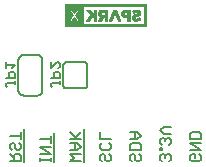
<source format=gbo>
G75*
%MOIN*%
%OFA0B0*%
%FSLAX25Y25*%
%IPPOS*%
%LPD*%
%AMOC8*
5,1,8,0,0,1.08239X$1,22.5*
%
%ADD10C,0.00600*%
%ADD11C,0.00500*%
%ADD12C,0.00039*%
D10*
X0141633Y0101300D02*
X0145036Y0101300D01*
X0145036Y0103001D01*
X0144469Y0103569D01*
X0143335Y0103569D01*
X0142768Y0103001D01*
X0142768Y0101300D01*
X0142768Y0102434D02*
X0141633Y0103569D01*
X0142200Y0104983D02*
X0141633Y0105550D01*
X0141633Y0106685D01*
X0142200Y0107252D01*
X0142768Y0107252D01*
X0143335Y0106685D01*
X0143335Y0105550D01*
X0143902Y0104983D01*
X0144469Y0104983D01*
X0145036Y0105550D01*
X0145036Y0106685D01*
X0144469Y0107252D01*
X0145036Y0108666D02*
X0145036Y0110935D01*
X0145036Y0109801D02*
X0141633Y0109801D01*
X0146233Y0112049D02*
X0146233Y0101000D01*
X0151633Y0101300D02*
X0151633Y0102434D01*
X0151633Y0101867D02*
X0155036Y0101867D01*
X0155036Y0101300D02*
X0155036Y0102434D01*
X0155036Y0103755D02*
X0151633Y0106024D01*
X0155036Y0106024D01*
X0155036Y0107439D02*
X0155036Y0109707D01*
X0155036Y0108573D02*
X0151633Y0108573D01*
X0156233Y0110822D02*
X0156233Y0101000D01*
X0155036Y0103755D02*
X0151633Y0103755D01*
X0161633Y0103569D02*
X0165036Y0103569D01*
X0163902Y0104983D02*
X0161633Y0104983D01*
X0161633Y0103569D02*
X0162768Y0102434D01*
X0161633Y0101300D01*
X0165036Y0101300D01*
X0166233Y0101000D02*
X0166233Y0112049D01*
X0165036Y0110935D02*
X0162768Y0108666D01*
X0163335Y0109233D02*
X0161633Y0110935D01*
X0161633Y0108666D02*
X0165036Y0108666D01*
X0163902Y0107252D02*
X0161633Y0107252D01*
X0163335Y0107252D02*
X0163335Y0104983D01*
X0163902Y0104983D02*
X0165036Y0106117D01*
X0163902Y0107252D01*
X0171633Y0106685D02*
X0172200Y0107252D01*
X0171633Y0106685D02*
X0171633Y0105550D01*
X0172200Y0104983D01*
X0174469Y0104983D01*
X0175036Y0105550D01*
X0175036Y0106685D01*
X0174469Y0107252D01*
X0175036Y0108666D02*
X0171633Y0108666D01*
X0171633Y0110935D01*
X0172200Y0103569D02*
X0171633Y0103001D01*
X0171633Y0101867D01*
X0172200Y0101300D01*
X0173335Y0101867D02*
X0173335Y0103001D01*
X0172768Y0103569D01*
X0172200Y0103569D01*
X0173335Y0101867D02*
X0173902Y0101300D01*
X0174469Y0101300D01*
X0175036Y0101867D01*
X0175036Y0103001D01*
X0174469Y0103569D01*
X0181633Y0103001D02*
X0181633Y0101867D01*
X0182200Y0101300D01*
X0183335Y0101867D02*
X0183335Y0103001D01*
X0182768Y0103569D01*
X0182200Y0103569D01*
X0181633Y0103001D01*
X0181633Y0104983D02*
X0181633Y0106685D01*
X0182200Y0107252D01*
X0184469Y0107252D01*
X0185036Y0106685D01*
X0185036Y0104983D01*
X0181633Y0104983D01*
X0184469Y0103569D02*
X0185036Y0103001D01*
X0185036Y0101867D01*
X0184469Y0101300D01*
X0183902Y0101300D01*
X0183335Y0101867D01*
X0191633Y0101867D02*
X0192200Y0101300D01*
X0191633Y0101867D02*
X0191633Y0103001D01*
X0192200Y0103569D01*
X0192768Y0103569D01*
X0193335Y0103001D01*
X0193335Y0102434D01*
X0193335Y0103001D02*
X0193902Y0103569D01*
X0194469Y0103569D01*
X0195036Y0103001D01*
X0195036Y0101867D01*
X0194469Y0101300D01*
X0201633Y0101867D02*
X0201633Y0103001D01*
X0202200Y0103569D01*
X0203335Y0103569D01*
X0203335Y0102434D01*
X0204469Y0101300D02*
X0202200Y0101300D01*
X0201633Y0101867D01*
X0204469Y0101300D02*
X0205036Y0101867D01*
X0205036Y0103001D01*
X0204469Y0103569D01*
X0205036Y0104983D02*
X0201633Y0107252D01*
X0205036Y0107252D01*
X0205036Y0108666D02*
X0201633Y0108666D01*
X0201633Y0110368D01*
X0202200Y0110935D01*
X0204469Y0110935D01*
X0205036Y0110368D01*
X0205036Y0108666D01*
X0205036Y0104983D02*
X0201633Y0104983D01*
X0195036Y0107392D02*
X0195036Y0108526D01*
X0194469Y0109093D01*
X0193902Y0109093D01*
X0193335Y0108526D01*
X0192768Y0109093D01*
X0192200Y0109093D01*
X0191633Y0108526D01*
X0191633Y0107392D01*
X0192200Y0106825D01*
X0192200Y0105550D02*
X0191633Y0105550D01*
X0191633Y0104983D01*
X0192200Y0104983D01*
X0192200Y0105550D01*
X0194469Y0106825D02*
X0195036Y0107392D01*
X0193335Y0107959D02*
X0193335Y0108526D01*
X0192768Y0110508D02*
X0191633Y0111642D01*
X0192768Y0112776D01*
X0195036Y0112776D01*
X0195036Y0110508D02*
X0192768Y0110508D01*
X0185036Y0109801D02*
X0183902Y0110935D01*
X0181633Y0110935D01*
X0183335Y0110935D02*
X0183335Y0108666D01*
X0183902Y0108666D02*
X0185036Y0109801D01*
X0183902Y0108666D02*
X0181633Y0108666D01*
X0166333Y0125600D02*
X0160333Y0125600D01*
X0160273Y0125602D01*
X0160212Y0125607D01*
X0160153Y0125616D01*
X0160094Y0125629D01*
X0160035Y0125645D01*
X0159978Y0125665D01*
X0159923Y0125688D01*
X0159868Y0125715D01*
X0159816Y0125744D01*
X0159765Y0125777D01*
X0159716Y0125813D01*
X0159670Y0125851D01*
X0159626Y0125893D01*
X0159584Y0125937D01*
X0159546Y0125983D01*
X0159510Y0126032D01*
X0159477Y0126083D01*
X0159448Y0126135D01*
X0159421Y0126190D01*
X0159398Y0126245D01*
X0159378Y0126302D01*
X0159362Y0126361D01*
X0159349Y0126420D01*
X0159340Y0126479D01*
X0159335Y0126540D01*
X0159333Y0126600D01*
X0159333Y0133400D01*
X0159335Y0133460D01*
X0159340Y0133521D01*
X0159349Y0133580D01*
X0159362Y0133639D01*
X0159378Y0133698D01*
X0159398Y0133755D01*
X0159421Y0133810D01*
X0159448Y0133865D01*
X0159477Y0133917D01*
X0159510Y0133968D01*
X0159546Y0134017D01*
X0159584Y0134063D01*
X0159626Y0134107D01*
X0159670Y0134149D01*
X0159716Y0134187D01*
X0159765Y0134223D01*
X0159816Y0134256D01*
X0159868Y0134285D01*
X0159923Y0134312D01*
X0159978Y0134335D01*
X0160035Y0134355D01*
X0160094Y0134371D01*
X0160153Y0134384D01*
X0160212Y0134393D01*
X0160273Y0134398D01*
X0160333Y0134400D01*
X0166333Y0134400D01*
X0166393Y0134398D01*
X0166454Y0134393D01*
X0166513Y0134384D01*
X0166572Y0134371D01*
X0166631Y0134355D01*
X0166688Y0134335D01*
X0166743Y0134312D01*
X0166798Y0134285D01*
X0166850Y0134256D01*
X0166901Y0134223D01*
X0166950Y0134187D01*
X0166996Y0134149D01*
X0167040Y0134107D01*
X0167082Y0134063D01*
X0167120Y0134017D01*
X0167156Y0133968D01*
X0167189Y0133917D01*
X0167218Y0133865D01*
X0167245Y0133810D01*
X0167268Y0133755D01*
X0167288Y0133698D01*
X0167304Y0133639D01*
X0167317Y0133580D01*
X0167326Y0133521D01*
X0167331Y0133460D01*
X0167333Y0133400D01*
X0167333Y0126600D01*
X0167331Y0126540D01*
X0167326Y0126479D01*
X0167317Y0126420D01*
X0167304Y0126361D01*
X0167288Y0126302D01*
X0167268Y0126245D01*
X0167245Y0126190D01*
X0167218Y0126135D01*
X0167189Y0126083D01*
X0167156Y0126032D01*
X0167120Y0125983D01*
X0167082Y0125937D01*
X0167040Y0125893D01*
X0166996Y0125851D01*
X0166950Y0125813D01*
X0166901Y0125777D01*
X0166850Y0125744D01*
X0166798Y0125715D01*
X0166743Y0125688D01*
X0166688Y0125665D01*
X0166631Y0125645D01*
X0166572Y0125629D01*
X0166513Y0125616D01*
X0166454Y0125607D01*
X0166393Y0125602D01*
X0166333Y0125600D01*
X0152333Y0125000D02*
X0152333Y0135000D01*
X0152331Y0135083D01*
X0152325Y0135166D01*
X0152316Y0135249D01*
X0152302Y0135331D01*
X0152285Y0135412D01*
X0152264Y0135493D01*
X0152240Y0135572D01*
X0152211Y0135650D01*
X0152180Y0135727D01*
X0152144Y0135802D01*
X0152106Y0135876D01*
X0152063Y0135948D01*
X0152018Y0136017D01*
X0151969Y0136085D01*
X0151918Y0136150D01*
X0151863Y0136213D01*
X0151806Y0136273D01*
X0151746Y0136330D01*
X0151683Y0136385D01*
X0151618Y0136436D01*
X0151550Y0136485D01*
X0151481Y0136530D01*
X0151409Y0136573D01*
X0151335Y0136611D01*
X0151260Y0136647D01*
X0151183Y0136678D01*
X0151105Y0136707D01*
X0151026Y0136731D01*
X0150945Y0136752D01*
X0150864Y0136769D01*
X0150782Y0136783D01*
X0150699Y0136792D01*
X0150616Y0136798D01*
X0150533Y0136800D01*
X0146133Y0136800D01*
X0146050Y0136798D01*
X0145967Y0136792D01*
X0145884Y0136783D01*
X0145802Y0136769D01*
X0145721Y0136752D01*
X0145640Y0136731D01*
X0145561Y0136707D01*
X0145483Y0136678D01*
X0145406Y0136647D01*
X0145331Y0136611D01*
X0145257Y0136573D01*
X0145185Y0136530D01*
X0145116Y0136485D01*
X0145048Y0136436D01*
X0144983Y0136385D01*
X0144920Y0136330D01*
X0144860Y0136273D01*
X0144803Y0136213D01*
X0144748Y0136150D01*
X0144697Y0136085D01*
X0144648Y0136017D01*
X0144603Y0135948D01*
X0144560Y0135876D01*
X0144522Y0135802D01*
X0144486Y0135727D01*
X0144455Y0135650D01*
X0144426Y0135572D01*
X0144402Y0135493D01*
X0144381Y0135412D01*
X0144364Y0135331D01*
X0144350Y0135249D01*
X0144341Y0135166D01*
X0144335Y0135083D01*
X0144333Y0135000D01*
X0144333Y0125000D01*
X0144335Y0124917D01*
X0144341Y0124834D01*
X0144350Y0124751D01*
X0144364Y0124669D01*
X0144381Y0124588D01*
X0144402Y0124507D01*
X0144426Y0124428D01*
X0144455Y0124350D01*
X0144486Y0124273D01*
X0144522Y0124198D01*
X0144560Y0124124D01*
X0144603Y0124052D01*
X0144648Y0123983D01*
X0144697Y0123915D01*
X0144748Y0123850D01*
X0144803Y0123787D01*
X0144860Y0123727D01*
X0144920Y0123670D01*
X0144983Y0123615D01*
X0145048Y0123564D01*
X0145116Y0123515D01*
X0145185Y0123470D01*
X0145257Y0123427D01*
X0145331Y0123389D01*
X0145406Y0123353D01*
X0145483Y0123322D01*
X0145561Y0123293D01*
X0145640Y0123269D01*
X0145721Y0123248D01*
X0145802Y0123231D01*
X0145884Y0123217D01*
X0145967Y0123208D01*
X0146050Y0123202D01*
X0146133Y0123200D01*
X0150533Y0123200D01*
X0150616Y0123202D01*
X0150699Y0123208D01*
X0150782Y0123217D01*
X0150864Y0123231D01*
X0150945Y0123248D01*
X0151026Y0123269D01*
X0151105Y0123293D01*
X0151183Y0123322D01*
X0151260Y0123353D01*
X0151335Y0123389D01*
X0151409Y0123427D01*
X0151481Y0123470D01*
X0151550Y0123515D01*
X0151618Y0123564D01*
X0151683Y0123615D01*
X0151746Y0123670D01*
X0151806Y0123727D01*
X0151863Y0123787D01*
X0151918Y0123850D01*
X0151969Y0123915D01*
X0152018Y0123983D01*
X0152063Y0124052D01*
X0152106Y0124124D01*
X0152144Y0124198D01*
X0152180Y0124273D01*
X0152211Y0124350D01*
X0152240Y0124428D01*
X0152264Y0124507D01*
X0152285Y0124588D01*
X0152302Y0124669D01*
X0152316Y0124751D01*
X0152325Y0124834D01*
X0152331Y0124917D01*
X0152333Y0125000D01*
D11*
X0155083Y0126416D02*
X0155083Y0126917D01*
X0155584Y0127417D01*
X0158086Y0127417D01*
X0158086Y0126917D02*
X0158086Y0127918D01*
X0158086Y0129139D02*
X0158086Y0130640D01*
X0157585Y0131140D01*
X0156585Y0131140D01*
X0156084Y0130640D01*
X0156084Y0129139D01*
X0155083Y0129139D02*
X0158086Y0129139D01*
X0157585Y0132361D02*
X0158086Y0132862D01*
X0158086Y0133863D01*
X0157585Y0134363D01*
X0157085Y0134363D01*
X0155083Y0132361D01*
X0155083Y0134363D01*
X0155083Y0126416D02*
X0155584Y0125916D01*
X0143086Y0126917D02*
X0143086Y0127918D01*
X0143086Y0127417D02*
X0140584Y0127417D01*
X0140083Y0126917D01*
X0140083Y0126416D01*
X0140584Y0125916D01*
X0141084Y0129139D02*
X0141084Y0130640D01*
X0141585Y0131140D01*
X0142585Y0131140D01*
X0143086Y0130640D01*
X0143086Y0129139D01*
X0140083Y0129139D01*
X0140083Y0132361D02*
X0140083Y0134363D01*
X0140083Y0133362D02*
X0143086Y0133362D01*
X0142085Y0132361D01*
D12*
X0159833Y0146263D02*
X0159833Y0149636D01*
X0162098Y0149636D01*
X0161110Y0148188D01*
X0162047Y0148188D01*
X0162860Y0149430D01*
X0163678Y0148188D01*
X0164583Y0148188D01*
X0163589Y0149636D01*
X0165865Y0149636D01*
X0165865Y0146957D01*
X0166108Y0146957D01*
X0166108Y0146263D01*
X0159833Y0146263D01*
X0159833Y0146292D02*
X0166108Y0146292D01*
X0186833Y0146292D01*
X0186833Y0146263D02*
X0166108Y0146263D01*
X0166108Y0146957D01*
X0186139Y0146957D01*
X0186139Y0153043D01*
X0165865Y0153043D01*
X0165865Y0149636D01*
X0163589Y0149636D01*
X0163319Y0150030D01*
X0164529Y0151809D01*
X0163597Y0151809D01*
X0162836Y0150634D01*
X0162069Y0151809D01*
X0161164Y0151809D01*
X0162374Y0150041D01*
X0162098Y0149636D01*
X0159833Y0149636D01*
X0159833Y0153737D01*
X0165865Y0153737D01*
X0186833Y0153737D01*
X0186833Y0146263D01*
X0186833Y0146330D02*
X0166108Y0146330D01*
X0159833Y0146330D01*
X0159833Y0146368D02*
X0166108Y0146368D01*
X0186833Y0146368D01*
X0186833Y0146405D02*
X0166108Y0146405D01*
X0159833Y0146405D01*
X0159833Y0146443D02*
X0166108Y0146443D01*
X0186833Y0146443D01*
X0186833Y0146481D02*
X0166108Y0146481D01*
X0159833Y0146481D01*
X0159833Y0146519D02*
X0166108Y0146519D01*
X0186833Y0146519D01*
X0186833Y0146557D02*
X0166108Y0146557D01*
X0159833Y0146557D01*
X0159833Y0146595D02*
X0166108Y0146595D01*
X0186833Y0146595D01*
X0186833Y0146633D02*
X0166108Y0146633D01*
X0159833Y0146633D01*
X0159833Y0146671D02*
X0166108Y0146671D01*
X0186833Y0146671D01*
X0186833Y0146708D02*
X0166108Y0146708D01*
X0159833Y0146708D01*
X0159833Y0146746D02*
X0166108Y0146746D01*
X0186833Y0146746D01*
X0186833Y0146784D02*
X0166108Y0146784D01*
X0159833Y0146784D01*
X0159833Y0146822D02*
X0166108Y0146822D01*
X0186833Y0146822D01*
X0186833Y0146860D02*
X0166108Y0146860D01*
X0159833Y0146860D01*
X0159833Y0146898D02*
X0166108Y0146898D01*
X0186833Y0146898D01*
X0186833Y0146936D02*
X0166108Y0146936D01*
X0159833Y0146936D01*
X0159833Y0146974D02*
X0165865Y0146974D01*
X0165865Y0147012D02*
X0159833Y0147012D01*
X0159833Y0147049D02*
X0165865Y0147049D01*
X0165865Y0147087D02*
X0159833Y0147087D01*
X0159833Y0147125D02*
X0165865Y0147125D01*
X0165865Y0147163D02*
X0159833Y0147163D01*
X0159833Y0147201D02*
X0165865Y0147201D01*
X0165865Y0147239D02*
X0159833Y0147239D01*
X0159833Y0147277D02*
X0165865Y0147277D01*
X0165865Y0147315D02*
X0159833Y0147315D01*
X0159833Y0147352D02*
X0165865Y0147352D01*
X0165865Y0147390D02*
X0159833Y0147390D01*
X0159833Y0147428D02*
X0165865Y0147428D01*
X0165865Y0147466D02*
X0159833Y0147466D01*
X0159833Y0147504D02*
X0165865Y0147504D01*
X0165865Y0147542D02*
X0159833Y0147542D01*
X0159833Y0147580D02*
X0165865Y0147580D01*
X0165865Y0147618D02*
X0159833Y0147618D01*
X0159833Y0147655D02*
X0165865Y0147655D01*
X0165865Y0147693D02*
X0159833Y0147693D01*
X0159833Y0147731D02*
X0165865Y0147731D01*
X0165865Y0147769D02*
X0159833Y0147769D01*
X0159833Y0147807D02*
X0165865Y0147807D01*
X0165865Y0147845D02*
X0159833Y0147845D01*
X0159833Y0147883D02*
X0165865Y0147883D01*
X0165865Y0147921D02*
X0159833Y0147921D01*
X0159833Y0147959D02*
X0165865Y0147959D01*
X0165865Y0147996D02*
X0159833Y0147996D01*
X0159833Y0148034D02*
X0165865Y0148034D01*
X0165865Y0148072D02*
X0159833Y0148072D01*
X0159833Y0148110D02*
X0165865Y0148110D01*
X0165865Y0148148D02*
X0159833Y0148148D01*
X0159833Y0148186D02*
X0165865Y0148186D01*
X0165865Y0148224D02*
X0164558Y0148224D01*
X0164532Y0148262D02*
X0165865Y0148262D01*
X0165865Y0148299D02*
X0164506Y0148299D01*
X0164480Y0148337D02*
X0165865Y0148337D01*
X0165865Y0148375D02*
X0164454Y0148375D01*
X0164428Y0148413D02*
X0165865Y0148413D01*
X0165865Y0148451D02*
X0164402Y0148451D01*
X0164376Y0148489D02*
X0165865Y0148489D01*
X0165865Y0148527D02*
X0164350Y0148527D01*
X0164324Y0148565D02*
X0165865Y0148565D01*
X0165865Y0148603D02*
X0164298Y0148603D01*
X0164272Y0148640D02*
X0165865Y0148640D01*
X0165865Y0148678D02*
X0164246Y0148678D01*
X0164220Y0148716D02*
X0165865Y0148716D01*
X0165865Y0148754D02*
X0164194Y0148754D01*
X0164168Y0148792D02*
X0165865Y0148792D01*
X0165865Y0148830D02*
X0164142Y0148830D01*
X0164116Y0148868D02*
X0165865Y0148868D01*
X0165865Y0148906D02*
X0164090Y0148906D01*
X0164064Y0148943D02*
X0165865Y0148943D01*
X0165865Y0148981D02*
X0164038Y0148981D01*
X0164012Y0149019D02*
X0165865Y0149019D01*
X0165865Y0149057D02*
X0163986Y0149057D01*
X0163960Y0149095D02*
X0165865Y0149095D01*
X0165865Y0149133D02*
X0163934Y0149133D01*
X0163908Y0149171D02*
X0165865Y0149171D01*
X0165865Y0149209D02*
X0163882Y0149209D01*
X0163856Y0149247D02*
X0165865Y0149247D01*
X0165865Y0149284D02*
X0163830Y0149284D01*
X0163804Y0149322D02*
X0165865Y0149322D01*
X0165865Y0149360D02*
X0163778Y0149360D01*
X0163752Y0149398D02*
X0165865Y0149398D01*
X0165865Y0149436D02*
X0163726Y0149436D01*
X0163700Y0149474D02*
X0165865Y0149474D01*
X0165865Y0149512D02*
X0163674Y0149512D01*
X0163648Y0149550D02*
X0165865Y0149550D01*
X0165865Y0149587D02*
X0163622Y0149587D01*
X0163596Y0149625D02*
X0165865Y0149625D01*
X0165865Y0149663D02*
X0163570Y0149663D01*
X0163544Y0149701D02*
X0165865Y0149701D01*
X0165865Y0149739D02*
X0163518Y0149739D01*
X0163492Y0149777D02*
X0165865Y0149777D01*
X0165865Y0149815D02*
X0163466Y0149815D01*
X0163441Y0149853D02*
X0165865Y0149853D01*
X0165865Y0149890D02*
X0163415Y0149890D01*
X0163389Y0149928D02*
X0165865Y0149928D01*
X0165865Y0149966D02*
X0163363Y0149966D01*
X0163337Y0150004D02*
X0165865Y0150004D01*
X0165865Y0150042D02*
X0163327Y0150042D01*
X0163353Y0150080D02*
X0165865Y0150080D01*
X0165865Y0150118D02*
X0163379Y0150118D01*
X0163405Y0150156D02*
X0165865Y0150156D01*
X0165865Y0150194D02*
X0163430Y0150194D01*
X0163456Y0150231D02*
X0165865Y0150231D01*
X0165865Y0150269D02*
X0163482Y0150269D01*
X0163508Y0150307D02*
X0165865Y0150307D01*
X0165865Y0150345D02*
X0163533Y0150345D01*
X0163559Y0150383D02*
X0165865Y0150383D01*
X0165865Y0150421D02*
X0163585Y0150421D01*
X0163611Y0150459D02*
X0165865Y0150459D01*
X0165865Y0150497D02*
X0163636Y0150497D01*
X0163662Y0150534D02*
X0165865Y0150534D01*
X0165865Y0150572D02*
X0163688Y0150572D01*
X0163714Y0150610D02*
X0165865Y0150610D01*
X0165865Y0150648D02*
X0163739Y0150648D01*
X0163765Y0150686D02*
X0165865Y0150686D01*
X0165865Y0150724D02*
X0163791Y0150724D01*
X0163817Y0150762D02*
X0165865Y0150762D01*
X0165865Y0150800D02*
X0163842Y0150800D01*
X0163868Y0150838D02*
X0165865Y0150838D01*
X0165865Y0150875D02*
X0163894Y0150875D01*
X0163920Y0150913D02*
X0165865Y0150913D01*
X0165865Y0150951D02*
X0163945Y0150951D01*
X0163971Y0150989D02*
X0165865Y0150989D01*
X0165865Y0151027D02*
X0163997Y0151027D01*
X0164023Y0151065D02*
X0165865Y0151065D01*
X0165865Y0151103D02*
X0164048Y0151103D01*
X0164074Y0151141D02*
X0165865Y0151141D01*
X0165865Y0151178D02*
X0164100Y0151178D01*
X0164126Y0151216D02*
X0165865Y0151216D01*
X0165865Y0151254D02*
X0164151Y0151254D01*
X0164177Y0151292D02*
X0165865Y0151292D01*
X0165865Y0151330D02*
X0164203Y0151330D01*
X0164229Y0151368D02*
X0165865Y0151368D01*
X0165865Y0151406D02*
X0164254Y0151406D01*
X0164280Y0151444D02*
X0165865Y0151444D01*
X0165865Y0151482D02*
X0164306Y0151482D01*
X0164332Y0151519D02*
X0165865Y0151519D01*
X0165865Y0151557D02*
X0164357Y0151557D01*
X0164383Y0151595D02*
X0165865Y0151595D01*
X0165865Y0151633D02*
X0164409Y0151633D01*
X0164435Y0151671D02*
X0165865Y0151671D01*
X0165865Y0151709D02*
X0164460Y0151709D01*
X0164486Y0151747D02*
X0165865Y0151747D01*
X0165865Y0151785D02*
X0164512Y0151785D01*
X0163581Y0151785D02*
X0162085Y0151785D01*
X0162110Y0151747D02*
X0163557Y0151747D01*
X0163532Y0151709D02*
X0162134Y0151709D01*
X0162159Y0151671D02*
X0163508Y0151671D01*
X0163483Y0151633D02*
X0162184Y0151633D01*
X0162209Y0151595D02*
X0163459Y0151595D01*
X0163434Y0151557D02*
X0162233Y0151557D01*
X0162258Y0151519D02*
X0163409Y0151519D01*
X0163385Y0151482D02*
X0162283Y0151482D01*
X0162307Y0151444D02*
X0163360Y0151444D01*
X0163336Y0151406D02*
X0162332Y0151406D01*
X0162357Y0151368D02*
X0163311Y0151368D01*
X0163287Y0151330D02*
X0162382Y0151330D01*
X0162406Y0151292D02*
X0163262Y0151292D01*
X0163237Y0151254D02*
X0162431Y0151254D01*
X0162456Y0151216D02*
X0163213Y0151216D01*
X0163188Y0151178D02*
X0162481Y0151178D01*
X0162505Y0151141D02*
X0163164Y0151141D01*
X0163139Y0151103D02*
X0162530Y0151103D01*
X0162555Y0151065D02*
X0163115Y0151065D01*
X0163090Y0151027D02*
X0162580Y0151027D01*
X0162604Y0150989D02*
X0163066Y0150989D01*
X0163041Y0150951D02*
X0162629Y0150951D01*
X0162654Y0150913D02*
X0163016Y0150913D01*
X0162992Y0150875D02*
X0162678Y0150875D01*
X0162703Y0150838D02*
X0162967Y0150838D01*
X0162943Y0150800D02*
X0162728Y0150800D01*
X0162753Y0150762D02*
X0162918Y0150762D01*
X0162894Y0150724D02*
X0162777Y0150724D01*
X0162802Y0150686D02*
X0162869Y0150686D01*
X0162845Y0150648D02*
X0162827Y0150648D01*
X0162243Y0150231D02*
X0159833Y0150231D01*
X0159833Y0150194D02*
X0162269Y0150194D01*
X0162295Y0150156D02*
X0159833Y0150156D01*
X0159833Y0150118D02*
X0162321Y0150118D01*
X0162347Y0150080D02*
X0159833Y0150080D01*
X0159833Y0150042D02*
X0162373Y0150042D01*
X0162349Y0150004D02*
X0159833Y0150004D01*
X0159833Y0149966D02*
X0162323Y0149966D01*
X0162298Y0149928D02*
X0159833Y0149928D01*
X0159833Y0149890D02*
X0162272Y0149890D01*
X0162246Y0149853D02*
X0159833Y0149853D01*
X0159833Y0149815D02*
X0162220Y0149815D01*
X0162194Y0149777D02*
X0159833Y0149777D01*
X0159833Y0149739D02*
X0162168Y0149739D01*
X0162142Y0149701D02*
X0159833Y0149701D01*
X0159833Y0149663D02*
X0162117Y0149663D01*
X0162091Y0149625D02*
X0159833Y0149625D01*
X0159833Y0149587D02*
X0162065Y0149587D01*
X0162039Y0149550D02*
X0159833Y0149550D01*
X0159833Y0149512D02*
X0162013Y0149512D01*
X0161987Y0149474D02*
X0159833Y0149474D01*
X0159833Y0149436D02*
X0161961Y0149436D01*
X0161936Y0149398D02*
X0159833Y0149398D01*
X0159833Y0149360D02*
X0161910Y0149360D01*
X0161884Y0149322D02*
X0159833Y0149322D01*
X0159833Y0149284D02*
X0161858Y0149284D01*
X0161832Y0149247D02*
X0159833Y0149247D01*
X0159833Y0149209D02*
X0161806Y0149209D01*
X0161781Y0149171D02*
X0159833Y0149171D01*
X0159833Y0149133D02*
X0161755Y0149133D01*
X0161729Y0149095D02*
X0159833Y0149095D01*
X0159833Y0149057D02*
X0161703Y0149057D01*
X0161677Y0149019D02*
X0159833Y0149019D01*
X0159833Y0148981D02*
X0161651Y0148981D01*
X0161626Y0148943D02*
X0159833Y0148943D01*
X0159833Y0148906D02*
X0161600Y0148906D01*
X0161574Y0148868D02*
X0159833Y0148868D01*
X0159833Y0148830D02*
X0161548Y0148830D01*
X0161522Y0148792D02*
X0159833Y0148792D01*
X0159833Y0148754D02*
X0161496Y0148754D01*
X0161471Y0148716D02*
X0159833Y0148716D01*
X0159833Y0148678D02*
X0161445Y0148678D01*
X0161419Y0148640D02*
X0159833Y0148640D01*
X0159833Y0148603D02*
X0161393Y0148603D01*
X0161367Y0148565D02*
X0159833Y0148565D01*
X0159833Y0148527D02*
X0161341Y0148527D01*
X0161315Y0148489D02*
X0159833Y0148489D01*
X0159833Y0148451D02*
X0161290Y0148451D01*
X0161264Y0148413D02*
X0159833Y0148413D01*
X0159833Y0148375D02*
X0161238Y0148375D01*
X0161212Y0148337D02*
X0159833Y0148337D01*
X0159833Y0148299D02*
X0161186Y0148299D01*
X0161160Y0148262D02*
X0159833Y0148262D01*
X0159833Y0148224D02*
X0161135Y0148224D01*
X0162070Y0148224D02*
X0163655Y0148224D01*
X0163630Y0148262D02*
X0162095Y0148262D01*
X0162120Y0148299D02*
X0163605Y0148299D01*
X0163580Y0148337D02*
X0162145Y0148337D01*
X0162170Y0148375D02*
X0163555Y0148375D01*
X0163530Y0148413D02*
X0162194Y0148413D01*
X0162219Y0148451D02*
X0163505Y0148451D01*
X0163480Y0148489D02*
X0162244Y0148489D01*
X0162269Y0148527D02*
X0163455Y0148527D01*
X0163430Y0148565D02*
X0162294Y0148565D01*
X0162318Y0148603D02*
X0163405Y0148603D01*
X0163380Y0148640D02*
X0162343Y0148640D01*
X0162368Y0148678D02*
X0163355Y0148678D01*
X0163330Y0148716D02*
X0162393Y0148716D01*
X0162418Y0148754D02*
X0163305Y0148754D01*
X0163281Y0148792D02*
X0162442Y0148792D01*
X0162467Y0148830D02*
X0163256Y0148830D01*
X0163231Y0148868D02*
X0162492Y0148868D01*
X0162517Y0148906D02*
X0163206Y0148906D01*
X0163181Y0148943D02*
X0162541Y0148943D01*
X0162566Y0148981D02*
X0163156Y0148981D01*
X0163131Y0149019D02*
X0162591Y0149019D01*
X0162616Y0149057D02*
X0163106Y0149057D01*
X0163081Y0149095D02*
X0162641Y0149095D01*
X0162665Y0149133D02*
X0163056Y0149133D01*
X0163031Y0149171D02*
X0162690Y0149171D01*
X0162715Y0149209D02*
X0163006Y0149209D01*
X0162981Y0149247D02*
X0162740Y0149247D01*
X0162765Y0149284D02*
X0162956Y0149284D01*
X0162931Y0149322D02*
X0162789Y0149322D01*
X0162814Y0149360D02*
X0162906Y0149360D01*
X0162881Y0149398D02*
X0162839Y0149398D01*
X0162218Y0150269D02*
X0159833Y0150269D01*
X0159833Y0150307D02*
X0162192Y0150307D01*
X0162166Y0150345D02*
X0159833Y0150345D01*
X0159833Y0150383D02*
X0162140Y0150383D01*
X0162114Y0150421D02*
X0159833Y0150421D01*
X0159833Y0150459D02*
X0162088Y0150459D01*
X0162062Y0150497D02*
X0159833Y0150497D01*
X0159833Y0150534D02*
X0162036Y0150534D01*
X0162010Y0150572D02*
X0159833Y0150572D01*
X0159833Y0150610D02*
X0161984Y0150610D01*
X0161958Y0150648D02*
X0159833Y0150648D01*
X0159833Y0150686D02*
X0161933Y0150686D01*
X0161907Y0150724D02*
X0159833Y0150724D01*
X0159833Y0150762D02*
X0161881Y0150762D01*
X0161855Y0150800D02*
X0159833Y0150800D01*
X0159833Y0150838D02*
X0161829Y0150838D01*
X0161803Y0150875D02*
X0159833Y0150875D01*
X0159833Y0150913D02*
X0161777Y0150913D01*
X0161751Y0150951D02*
X0159833Y0150951D01*
X0159833Y0150989D02*
X0161725Y0150989D01*
X0161699Y0151027D02*
X0159833Y0151027D01*
X0159833Y0151065D02*
X0161673Y0151065D01*
X0161648Y0151103D02*
X0159833Y0151103D01*
X0159833Y0151141D02*
X0161622Y0151141D01*
X0161596Y0151178D02*
X0159833Y0151178D01*
X0159833Y0151216D02*
X0161570Y0151216D01*
X0161544Y0151254D02*
X0159833Y0151254D01*
X0159833Y0151292D02*
X0161518Y0151292D01*
X0161492Y0151330D02*
X0159833Y0151330D01*
X0159833Y0151368D02*
X0161466Y0151368D01*
X0161440Y0151406D02*
X0159833Y0151406D01*
X0159833Y0151444D02*
X0161414Y0151444D01*
X0161388Y0151482D02*
X0159833Y0151482D01*
X0159833Y0151519D02*
X0161363Y0151519D01*
X0161337Y0151557D02*
X0159833Y0151557D01*
X0159833Y0151595D02*
X0161311Y0151595D01*
X0161285Y0151633D02*
X0159833Y0151633D01*
X0159833Y0151671D02*
X0161259Y0151671D01*
X0161233Y0151709D02*
X0159833Y0151709D01*
X0159833Y0151747D02*
X0161207Y0151747D01*
X0161181Y0151785D02*
X0159833Y0151785D01*
X0159833Y0151822D02*
X0165865Y0151822D01*
X0165865Y0151860D02*
X0159833Y0151860D01*
X0159833Y0151898D02*
X0165865Y0151898D01*
X0165865Y0151936D02*
X0159833Y0151936D01*
X0159833Y0151974D02*
X0165865Y0151974D01*
X0165865Y0152012D02*
X0159833Y0152012D01*
X0159833Y0152050D02*
X0165865Y0152050D01*
X0165865Y0152088D02*
X0159833Y0152088D01*
X0159833Y0152125D02*
X0165865Y0152125D01*
X0165865Y0152163D02*
X0159833Y0152163D01*
X0159833Y0152201D02*
X0165865Y0152201D01*
X0165865Y0152239D02*
X0159833Y0152239D01*
X0159833Y0152277D02*
X0165865Y0152277D01*
X0165865Y0152315D02*
X0159833Y0152315D01*
X0159833Y0152353D02*
X0165865Y0152353D01*
X0165865Y0152391D02*
X0159833Y0152391D01*
X0159833Y0152429D02*
X0165865Y0152429D01*
X0165865Y0152466D02*
X0159833Y0152466D01*
X0159833Y0152504D02*
X0165865Y0152504D01*
X0165865Y0152542D02*
X0159833Y0152542D01*
X0159833Y0152580D02*
X0165865Y0152580D01*
X0165865Y0152618D02*
X0159833Y0152618D01*
X0159833Y0152656D02*
X0165865Y0152656D01*
X0165865Y0152694D02*
X0159833Y0152694D01*
X0159833Y0152732D02*
X0165865Y0152732D01*
X0165865Y0152769D02*
X0159833Y0152769D01*
X0159833Y0152807D02*
X0165865Y0152807D01*
X0165865Y0152845D02*
X0159833Y0152845D01*
X0159833Y0152883D02*
X0165865Y0152883D01*
X0165865Y0152921D02*
X0159833Y0152921D01*
X0159833Y0152959D02*
X0165865Y0152959D01*
X0165865Y0152997D02*
X0159833Y0152997D01*
X0159833Y0153035D02*
X0165865Y0153035D01*
X0166948Y0151809D02*
X0167909Y0151809D01*
X0168764Y0150888D01*
X0167832Y0150888D01*
X0166948Y0151809D01*
X0166971Y0151785D02*
X0167932Y0151785D01*
X0167967Y0151747D02*
X0167008Y0151747D01*
X0167044Y0151709D02*
X0168002Y0151709D01*
X0168037Y0151671D02*
X0167080Y0151671D01*
X0167117Y0151633D02*
X0168072Y0151633D01*
X0168108Y0151595D02*
X0167153Y0151595D01*
X0167189Y0151557D02*
X0168143Y0151557D01*
X0168178Y0151519D02*
X0167226Y0151519D01*
X0167262Y0151482D02*
X0168213Y0151482D01*
X0168248Y0151444D02*
X0167298Y0151444D01*
X0167335Y0151406D02*
X0168283Y0151406D01*
X0168319Y0151368D02*
X0167371Y0151368D01*
X0167408Y0151330D02*
X0168354Y0151330D01*
X0168389Y0151292D02*
X0167444Y0151292D01*
X0167480Y0151254D02*
X0168424Y0151254D01*
X0168459Y0151216D02*
X0167517Y0151216D01*
X0167553Y0151178D02*
X0168494Y0151178D01*
X0168530Y0151141D02*
X0167589Y0151141D01*
X0167626Y0151103D02*
X0168565Y0151103D01*
X0168600Y0151065D02*
X0167662Y0151065D01*
X0167698Y0151027D02*
X0168635Y0151027D01*
X0168670Y0150989D02*
X0167735Y0150989D01*
X0167771Y0150951D02*
X0168705Y0150951D01*
X0168741Y0150913D02*
X0167807Y0150913D01*
X0167832Y0150888D02*
X0168422Y0150273D01*
X0166880Y0148188D01*
X0167836Y0148188D01*
X0168959Y0149730D01*
X0169378Y0149295D01*
X0169378Y0148188D01*
X0170174Y0148188D01*
X0170174Y0150888D01*
X0169378Y0150888D01*
X0169378Y0151809D01*
X0170174Y0151809D01*
X0170174Y0150888D01*
X0169378Y0150888D01*
X0169378Y0150227D01*
X0168764Y0150888D01*
X0167832Y0150888D01*
X0167844Y0150875D02*
X0168776Y0150875D01*
X0168811Y0150838D02*
X0167880Y0150838D01*
X0167916Y0150800D02*
X0168846Y0150800D01*
X0168881Y0150762D02*
X0167953Y0150762D01*
X0167989Y0150724D02*
X0168916Y0150724D01*
X0168952Y0150686D02*
X0168025Y0150686D01*
X0168062Y0150648D02*
X0168987Y0150648D01*
X0169022Y0150610D02*
X0168098Y0150610D01*
X0168135Y0150572D02*
X0169057Y0150572D01*
X0169092Y0150534D02*
X0168171Y0150534D01*
X0168207Y0150497D02*
X0169127Y0150497D01*
X0169163Y0150459D02*
X0168244Y0150459D01*
X0168280Y0150421D02*
X0169198Y0150421D01*
X0169233Y0150383D02*
X0168316Y0150383D01*
X0168353Y0150345D02*
X0169268Y0150345D01*
X0169303Y0150307D02*
X0168389Y0150307D01*
X0168420Y0150269D02*
X0169338Y0150269D01*
X0169378Y0150269D02*
X0170174Y0150269D01*
X0170174Y0150231D02*
X0169378Y0150231D01*
X0169374Y0150231D02*
X0168391Y0150231D01*
X0168363Y0150194D02*
X0170174Y0150194D01*
X0170174Y0150156D02*
X0168335Y0150156D01*
X0168307Y0150118D02*
X0170174Y0150118D01*
X0170174Y0150080D02*
X0168279Y0150080D01*
X0168251Y0150042D02*
X0170174Y0150042D01*
X0170174Y0150004D02*
X0168223Y0150004D01*
X0168195Y0149966D02*
X0170174Y0149966D01*
X0170174Y0149928D02*
X0168167Y0149928D01*
X0168139Y0149890D02*
X0170174Y0149890D01*
X0170174Y0149853D02*
X0168111Y0149853D01*
X0168083Y0149815D02*
X0170174Y0149815D01*
X0170174Y0149777D02*
X0168055Y0149777D01*
X0168027Y0149739D02*
X0170174Y0149739D01*
X0170174Y0149701D02*
X0168987Y0149701D01*
X0168938Y0149701D02*
X0167999Y0149701D01*
X0167971Y0149663D02*
X0168911Y0149663D01*
X0168883Y0149625D02*
X0167943Y0149625D01*
X0167915Y0149587D02*
X0168855Y0149587D01*
X0168828Y0149550D02*
X0167887Y0149550D01*
X0167859Y0149512D02*
X0168800Y0149512D01*
X0168773Y0149474D02*
X0167831Y0149474D01*
X0167803Y0149436D02*
X0168745Y0149436D01*
X0168717Y0149398D02*
X0167775Y0149398D01*
X0167747Y0149360D02*
X0168690Y0149360D01*
X0168662Y0149322D02*
X0167719Y0149322D01*
X0167691Y0149284D02*
X0168635Y0149284D01*
X0168607Y0149247D02*
X0167663Y0149247D01*
X0167635Y0149209D02*
X0168579Y0149209D01*
X0168552Y0149171D02*
X0167607Y0149171D01*
X0167579Y0149133D02*
X0168524Y0149133D01*
X0168497Y0149095D02*
X0167551Y0149095D01*
X0167523Y0149057D02*
X0168469Y0149057D01*
X0168441Y0149019D02*
X0167495Y0149019D01*
X0167467Y0148981D02*
X0168414Y0148981D01*
X0168386Y0148943D02*
X0167439Y0148943D01*
X0167411Y0148906D02*
X0168359Y0148906D01*
X0168331Y0148868D02*
X0167383Y0148868D01*
X0167355Y0148830D02*
X0168304Y0148830D01*
X0168276Y0148792D02*
X0167327Y0148792D01*
X0167299Y0148754D02*
X0168248Y0148754D01*
X0168221Y0148716D02*
X0167271Y0148716D01*
X0167243Y0148678D02*
X0168193Y0148678D01*
X0168166Y0148640D02*
X0167215Y0148640D01*
X0167187Y0148603D02*
X0168138Y0148603D01*
X0168110Y0148565D02*
X0167159Y0148565D01*
X0167131Y0148527D02*
X0168083Y0148527D01*
X0168055Y0148489D02*
X0167103Y0148489D01*
X0167075Y0148451D02*
X0168028Y0148451D01*
X0168000Y0148413D02*
X0167047Y0148413D01*
X0167019Y0148375D02*
X0167972Y0148375D01*
X0167945Y0148337D02*
X0166991Y0148337D01*
X0166963Y0148299D02*
X0167917Y0148299D01*
X0167890Y0148262D02*
X0166935Y0148262D01*
X0166907Y0148224D02*
X0167862Y0148224D01*
X0169378Y0148224D02*
X0170174Y0148224D01*
X0170174Y0148262D02*
X0169378Y0148262D01*
X0169378Y0148299D02*
X0170174Y0148299D01*
X0170174Y0148337D02*
X0169378Y0148337D01*
X0169378Y0148375D02*
X0170174Y0148375D01*
X0170174Y0148413D02*
X0169378Y0148413D01*
X0169378Y0148451D02*
X0170174Y0148451D01*
X0170174Y0148489D02*
X0169378Y0148489D01*
X0169378Y0148527D02*
X0170174Y0148527D01*
X0170174Y0148565D02*
X0169378Y0148565D01*
X0169378Y0148603D02*
X0170174Y0148603D01*
X0170174Y0148640D02*
X0169378Y0148640D01*
X0169378Y0148678D02*
X0170174Y0148678D01*
X0170174Y0148716D02*
X0169378Y0148716D01*
X0169378Y0148754D02*
X0170174Y0148754D01*
X0170174Y0148792D02*
X0169378Y0148792D01*
X0169378Y0148830D02*
X0170174Y0148830D01*
X0170174Y0148868D02*
X0169378Y0148868D01*
X0169378Y0148906D02*
X0170174Y0148906D01*
X0170174Y0148943D02*
X0169378Y0148943D01*
X0169378Y0148981D02*
X0170174Y0148981D01*
X0170174Y0149019D02*
X0169378Y0149019D01*
X0169378Y0149057D02*
X0170174Y0149057D01*
X0170174Y0149095D02*
X0169378Y0149095D01*
X0169378Y0149133D02*
X0170174Y0149133D01*
X0170174Y0149171D02*
X0169378Y0149171D01*
X0169378Y0149209D02*
X0170174Y0149209D01*
X0170174Y0149247D02*
X0169378Y0149247D01*
X0169378Y0149284D02*
X0170174Y0149284D01*
X0170174Y0149322D02*
X0169352Y0149322D01*
X0169315Y0149360D02*
X0170174Y0149360D01*
X0170174Y0149398D02*
X0169279Y0149398D01*
X0169242Y0149436D02*
X0170174Y0149436D01*
X0170174Y0149474D02*
X0169206Y0149474D01*
X0169170Y0149512D02*
X0170174Y0149512D01*
X0170174Y0149550D02*
X0169133Y0149550D01*
X0169097Y0149587D02*
X0170174Y0149587D01*
X0170174Y0149625D02*
X0169060Y0149625D01*
X0169024Y0149663D02*
X0170174Y0149663D01*
X0170174Y0150307D02*
X0169378Y0150307D01*
X0169378Y0150345D02*
X0170174Y0150345D01*
X0170174Y0150383D02*
X0169378Y0150383D01*
X0169378Y0150421D02*
X0170174Y0150421D01*
X0170174Y0150459D02*
X0169378Y0150459D01*
X0169378Y0150497D02*
X0170174Y0150497D01*
X0170174Y0150534D02*
X0169378Y0150534D01*
X0169378Y0150572D02*
X0170174Y0150572D01*
X0170174Y0150610D02*
X0169378Y0150610D01*
X0169378Y0150648D02*
X0170174Y0150648D01*
X0170174Y0150686D02*
X0169378Y0150686D01*
X0169378Y0150724D02*
X0170174Y0150724D01*
X0170174Y0150762D02*
X0169378Y0150762D01*
X0169378Y0150800D02*
X0170174Y0150800D01*
X0170174Y0150838D02*
X0169378Y0150838D01*
X0169378Y0150875D02*
X0170174Y0150875D01*
X0170174Y0150913D02*
X0169378Y0150913D01*
X0169378Y0150951D02*
X0170174Y0150951D01*
X0170174Y0150989D02*
X0169378Y0150989D01*
X0169378Y0151027D02*
X0170174Y0151027D01*
X0170174Y0151065D02*
X0169378Y0151065D01*
X0169378Y0151103D02*
X0170174Y0151103D01*
X0170174Y0151141D02*
X0169378Y0151141D01*
X0169378Y0151178D02*
X0170174Y0151178D01*
X0170174Y0151216D02*
X0169378Y0151216D01*
X0169378Y0151254D02*
X0170174Y0151254D01*
X0170174Y0151292D02*
X0169378Y0151292D01*
X0169378Y0151330D02*
X0170174Y0151330D01*
X0170174Y0151368D02*
X0169378Y0151368D01*
X0169378Y0151406D02*
X0170174Y0151406D01*
X0170174Y0151444D02*
X0169378Y0151444D01*
X0169378Y0151482D02*
X0170174Y0151482D01*
X0170174Y0151519D02*
X0169378Y0151519D01*
X0169378Y0151557D02*
X0170174Y0151557D01*
X0170174Y0151595D02*
X0169378Y0151595D01*
X0169378Y0151633D02*
X0170174Y0151633D01*
X0170174Y0151671D02*
X0169378Y0151671D01*
X0169378Y0151709D02*
X0170174Y0151709D01*
X0170174Y0151747D02*
X0169378Y0151747D01*
X0169378Y0151785D02*
X0170174Y0151785D01*
X0171082Y0151292D02*
X0173917Y0151292D01*
X0173917Y0151254D02*
X0171061Y0151254D01*
X0171040Y0151216D02*
X0173917Y0151216D01*
X0173917Y0151178D02*
X0171020Y0151178D01*
X0170999Y0151141D02*
X0173917Y0151141D01*
X0173917Y0151103D02*
X0170981Y0151103D01*
X0170985Y0151115D02*
X0171097Y0151319D01*
X0171254Y0151493D01*
X0171452Y0151631D01*
X0171686Y0151730D01*
X0171956Y0151789D01*
X0172261Y0151809D01*
X0173917Y0151809D01*
X0173917Y0150888D01*
X0173120Y0150888D01*
X0173120Y0151091D01*
X0172329Y0151091D01*
X0172066Y0151058D01*
X0171867Y0150961D01*
X0171811Y0150888D01*
X0170920Y0150888D01*
X0170985Y0151115D01*
X0170970Y0151065D02*
X0172118Y0151065D01*
X0172001Y0151027D02*
X0170960Y0151027D01*
X0170949Y0150989D02*
X0171924Y0150989D01*
X0171860Y0150951D02*
X0170938Y0150951D01*
X0170927Y0150913D02*
X0171831Y0150913D01*
X0171811Y0150888D02*
X0171743Y0150799D01*
X0171703Y0150572D01*
X0170899Y0150572D01*
X0170895Y0150602D02*
X0170895Y0150613D01*
X0170917Y0150879D01*
X0170920Y0150888D01*
X0171811Y0150888D01*
X0171802Y0150875D02*
X0170917Y0150875D01*
X0170914Y0150838D02*
X0171773Y0150838D01*
X0171744Y0150800D02*
X0170911Y0150800D01*
X0170908Y0150762D02*
X0171737Y0150762D01*
X0171730Y0150724D02*
X0170904Y0150724D01*
X0170901Y0150686D02*
X0171723Y0150686D01*
X0171716Y0150648D02*
X0170898Y0150648D01*
X0170895Y0150610D02*
X0171709Y0150610D01*
X0171703Y0150572D02*
X0171703Y0150564D01*
X0171741Y0150356D01*
X0171859Y0150192D01*
X0172051Y0150087D01*
X0172313Y0150051D01*
X0173120Y0150051D01*
X0173120Y0150888D01*
X0173917Y0150888D01*
X0173917Y0148188D01*
X0173120Y0148188D01*
X0173120Y0149347D01*
X0172494Y0149347D01*
X0171719Y0148188D01*
X0170787Y0148188D01*
X0171673Y0149482D01*
X0171359Y0149648D01*
X0171111Y0149887D01*
X0170950Y0150204D01*
X0170895Y0150602D01*
X0170904Y0150534D02*
X0171708Y0150534D01*
X0171715Y0150497D02*
X0170910Y0150497D01*
X0170915Y0150459D02*
X0171722Y0150459D01*
X0171729Y0150421D02*
X0170920Y0150421D01*
X0170925Y0150383D02*
X0171736Y0150383D01*
X0171749Y0150345D02*
X0170930Y0150345D01*
X0170935Y0150307D02*
X0171776Y0150307D01*
X0171803Y0150269D02*
X0170941Y0150269D01*
X0170946Y0150231D02*
X0171831Y0150231D01*
X0171858Y0150194D02*
X0170955Y0150194D01*
X0170974Y0150156D02*
X0171925Y0150156D01*
X0171995Y0150118D02*
X0170993Y0150118D01*
X0171013Y0150080D02*
X0172103Y0150080D01*
X0171667Y0149474D02*
X0173917Y0149474D01*
X0173917Y0149512D02*
X0171616Y0149512D01*
X0171642Y0149436D02*
X0173917Y0149436D01*
X0173917Y0149398D02*
X0171616Y0149398D01*
X0171590Y0149360D02*
X0173917Y0149360D01*
X0173917Y0149322D02*
X0173120Y0149322D01*
X0173120Y0149284D02*
X0173917Y0149284D01*
X0173917Y0149247D02*
X0173120Y0149247D01*
X0173120Y0149209D02*
X0173917Y0149209D01*
X0173917Y0149171D02*
X0173120Y0149171D01*
X0173120Y0149133D02*
X0173917Y0149133D01*
X0173917Y0149095D02*
X0173120Y0149095D01*
X0173120Y0149057D02*
X0173917Y0149057D01*
X0173917Y0149019D02*
X0173120Y0149019D01*
X0173120Y0148981D02*
X0173917Y0148981D01*
X0173917Y0148943D02*
X0173120Y0148943D01*
X0173120Y0148906D02*
X0173917Y0148906D01*
X0173917Y0148868D02*
X0173120Y0148868D01*
X0173120Y0148830D02*
X0173917Y0148830D01*
X0173917Y0148792D02*
X0173120Y0148792D01*
X0173120Y0148754D02*
X0173917Y0148754D01*
X0173917Y0148716D02*
X0173120Y0148716D01*
X0173120Y0148678D02*
X0173917Y0148678D01*
X0173917Y0148640D02*
X0173120Y0148640D01*
X0173120Y0148603D02*
X0173917Y0148603D01*
X0173917Y0148565D02*
X0173120Y0148565D01*
X0173120Y0148527D02*
X0173917Y0148527D01*
X0173917Y0148489D02*
X0173120Y0148489D01*
X0173120Y0148451D02*
X0173917Y0148451D01*
X0173917Y0148413D02*
X0173120Y0148413D01*
X0173120Y0148375D02*
X0173917Y0148375D01*
X0173917Y0148337D02*
X0173120Y0148337D01*
X0173120Y0148299D02*
X0173917Y0148299D01*
X0173917Y0148262D02*
X0173120Y0148262D01*
X0173120Y0148224D02*
X0173917Y0148224D01*
X0174475Y0148188D02*
X0175624Y0150888D01*
X0177166Y0150888D01*
X0176762Y0151836D01*
X0176028Y0151836D01*
X0175624Y0150888D01*
X0177166Y0150888D01*
X0178315Y0148188D01*
X0177502Y0148188D01*
X0176406Y0150877D01*
X0175310Y0148188D01*
X0174475Y0148188D01*
X0174491Y0148224D02*
X0175324Y0148224D01*
X0175340Y0148262D02*
X0174507Y0148262D01*
X0174523Y0148299D02*
X0175355Y0148299D01*
X0175370Y0148337D02*
X0174539Y0148337D01*
X0174555Y0148375D02*
X0175386Y0148375D01*
X0175401Y0148413D02*
X0174571Y0148413D01*
X0174587Y0148451D02*
X0175417Y0148451D01*
X0175432Y0148489D02*
X0174603Y0148489D01*
X0174619Y0148527D02*
X0175448Y0148527D01*
X0175463Y0148565D02*
X0174636Y0148565D01*
X0174652Y0148603D02*
X0175479Y0148603D01*
X0175494Y0148640D02*
X0174668Y0148640D01*
X0174684Y0148678D02*
X0175509Y0148678D01*
X0175525Y0148716D02*
X0174700Y0148716D01*
X0174716Y0148754D02*
X0175540Y0148754D01*
X0175556Y0148792D02*
X0174732Y0148792D01*
X0174748Y0148830D02*
X0175571Y0148830D01*
X0175587Y0148868D02*
X0174765Y0148868D01*
X0174781Y0148906D02*
X0175602Y0148906D01*
X0175618Y0148943D02*
X0174797Y0148943D01*
X0174813Y0148981D02*
X0175633Y0148981D01*
X0175648Y0149019D02*
X0174829Y0149019D01*
X0174845Y0149057D02*
X0175664Y0149057D01*
X0175679Y0149095D02*
X0174861Y0149095D01*
X0174877Y0149133D02*
X0175695Y0149133D01*
X0175710Y0149171D02*
X0174894Y0149171D01*
X0174910Y0149209D02*
X0175726Y0149209D01*
X0175741Y0149247D02*
X0174926Y0149247D01*
X0174942Y0149284D02*
X0175757Y0149284D01*
X0175772Y0149322D02*
X0174958Y0149322D01*
X0174974Y0149360D02*
X0175787Y0149360D01*
X0175803Y0149398D02*
X0174990Y0149398D01*
X0175006Y0149436D02*
X0175818Y0149436D01*
X0175834Y0149474D02*
X0175023Y0149474D01*
X0175039Y0149512D02*
X0175849Y0149512D01*
X0175865Y0149550D02*
X0175055Y0149550D01*
X0175071Y0149587D02*
X0175880Y0149587D01*
X0175896Y0149625D02*
X0175087Y0149625D01*
X0175103Y0149663D02*
X0175911Y0149663D01*
X0175926Y0149701D02*
X0175119Y0149701D01*
X0175135Y0149739D02*
X0175942Y0149739D01*
X0175957Y0149777D02*
X0175152Y0149777D01*
X0175168Y0149815D02*
X0175973Y0149815D01*
X0175988Y0149853D02*
X0175184Y0149853D01*
X0175200Y0149890D02*
X0176004Y0149890D01*
X0176019Y0149928D02*
X0175216Y0149928D01*
X0175232Y0149966D02*
X0176034Y0149966D01*
X0176050Y0150004D02*
X0175248Y0150004D01*
X0175264Y0150042D02*
X0176065Y0150042D01*
X0176081Y0150080D02*
X0175281Y0150080D01*
X0175297Y0150118D02*
X0176096Y0150118D01*
X0176112Y0150156D02*
X0175313Y0150156D01*
X0175329Y0150194D02*
X0176127Y0150194D01*
X0176143Y0150231D02*
X0175345Y0150231D01*
X0175361Y0150269D02*
X0176158Y0150269D01*
X0176173Y0150307D02*
X0175377Y0150307D01*
X0175393Y0150345D02*
X0176189Y0150345D01*
X0176204Y0150383D02*
X0175410Y0150383D01*
X0175426Y0150421D02*
X0176220Y0150421D01*
X0176235Y0150459D02*
X0175442Y0150459D01*
X0175458Y0150497D02*
X0176251Y0150497D01*
X0176266Y0150534D02*
X0175474Y0150534D01*
X0175490Y0150572D02*
X0176282Y0150572D01*
X0176297Y0150610D02*
X0175506Y0150610D01*
X0175522Y0150648D02*
X0176312Y0150648D01*
X0176328Y0150686D02*
X0175539Y0150686D01*
X0175555Y0150724D02*
X0176343Y0150724D01*
X0176359Y0150762D02*
X0175571Y0150762D01*
X0175587Y0150800D02*
X0176374Y0150800D01*
X0176390Y0150838D02*
X0175603Y0150838D01*
X0175619Y0150875D02*
X0176405Y0150875D01*
X0176407Y0150875D02*
X0177171Y0150875D01*
X0177187Y0150838D02*
X0176422Y0150838D01*
X0176438Y0150800D02*
X0177204Y0150800D01*
X0177220Y0150762D02*
X0176453Y0150762D01*
X0176469Y0150724D02*
X0177236Y0150724D01*
X0177252Y0150686D02*
X0176484Y0150686D01*
X0176499Y0150648D02*
X0177268Y0150648D01*
X0177284Y0150610D02*
X0176515Y0150610D01*
X0176530Y0150572D02*
X0177300Y0150572D01*
X0177316Y0150534D02*
X0176546Y0150534D01*
X0176561Y0150497D02*
X0177333Y0150497D01*
X0177349Y0150459D02*
X0176577Y0150459D01*
X0176592Y0150421D02*
X0177365Y0150421D01*
X0177381Y0150383D02*
X0176608Y0150383D01*
X0176623Y0150345D02*
X0177397Y0150345D01*
X0177413Y0150307D02*
X0176638Y0150307D01*
X0176654Y0150269D02*
X0177429Y0150269D01*
X0177445Y0150231D02*
X0176669Y0150231D01*
X0176685Y0150194D02*
X0177462Y0150194D01*
X0177478Y0150156D02*
X0176700Y0150156D01*
X0176716Y0150118D02*
X0177494Y0150118D01*
X0177510Y0150080D02*
X0176731Y0150080D01*
X0176747Y0150042D02*
X0177526Y0150042D01*
X0177542Y0150004D02*
X0176762Y0150004D01*
X0176777Y0149966D02*
X0177558Y0149966D01*
X0177574Y0149928D02*
X0176793Y0149928D01*
X0176808Y0149890D02*
X0177590Y0149890D01*
X0177607Y0149853D02*
X0176824Y0149853D01*
X0176839Y0149815D02*
X0177623Y0149815D01*
X0177639Y0149777D02*
X0176855Y0149777D01*
X0176870Y0149739D02*
X0177655Y0149739D01*
X0177671Y0149701D02*
X0176885Y0149701D01*
X0176901Y0149663D02*
X0177687Y0149663D01*
X0177703Y0149625D02*
X0176916Y0149625D01*
X0176932Y0149587D02*
X0177719Y0149587D01*
X0177736Y0149550D02*
X0176947Y0149550D01*
X0176963Y0149512D02*
X0177752Y0149512D01*
X0177768Y0149474D02*
X0176978Y0149474D01*
X0176994Y0149436D02*
X0177784Y0149436D01*
X0177800Y0149398D02*
X0177009Y0149398D01*
X0177024Y0149360D02*
X0177816Y0149360D01*
X0177832Y0149322D02*
X0177040Y0149322D01*
X0177055Y0149284D02*
X0177848Y0149284D01*
X0177865Y0149247D02*
X0177071Y0149247D01*
X0177086Y0149209D02*
X0177881Y0149209D01*
X0177897Y0149171D02*
X0177102Y0149171D01*
X0177117Y0149133D02*
X0177913Y0149133D01*
X0177929Y0149095D02*
X0177133Y0149095D01*
X0177148Y0149057D02*
X0177945Y0149057D01*
X0177961Y0149019D02*
X0177163Y0149019D01*
X0177179Y0148981D02*
X0177977Y0148981D01*
X0177993Y0148943D02*
X0177194Y0148943D01*
X0177210Y0148906D02*
X0178010Y0148906D01*
X0178026Y0148868D02*
X0177225Y0148868D01*
X0177241Y0148830D02*
X0178042Y0148830D01*
X0178058Y0148792D02*
X0177256Y0148792D01*
X0177272Y0148754D02*
X0178074Y0148754D01*
X0178090Y0148716D02*
X0177287Y0148716D01*
X0177302Y0148678D02*
X0178106Y0148678D01*
X0178122Y0148640D02*
X0177318Y0148640D01*
X0177333Y0148603D02*
X0178139Y0148603D01*
X0178155Y0148565D02*
X0177349Y0148565D01*
X0177364Y0148527D02*
X0178171Y0148527D01*
X0178187Y0148489D02*
X0177380Y0148489D01*
X0177395Y0148451D02*
X0178203Y0148451D01*
X0178219Y0148413D02*
X0177410Y0148413D01*
X0177426Y0148375D02*
X0178235Y0148375D01*
X0178251Y0148337D02*
X0177441Y0148337D01*
X0177457Y0148299D02*
X0178268Y0148299D01*
X0178284Y0148262D02*
X0177472Y0148262D01*
X0177488Y0148224D02*
X0178300Y0148224D01*
X0179159Y0149512D02*
X0181460Y0149512D01*
X0181460Y0149550D02*
X0179101Y0149550D01*
X0179042Y0149587D02*
X0181460Y0149587D01*
X0181460Y0149625D02*
X0178998Y0149625D01*
X0179022Y0149600D02*
X0178844Y0149781D01*
X0178709Y0150000D01*
X0178624Y0150257D01*
X0178596Y0150553D01*
X0178593Y0150548D01*
X0178593Y0150559D01*
X0178617Y0150826D01*
X0178635Y0150888D01*
X0179526Y0150888D01*
X0179573Y0150950D01*
X0179777Y0151056D01*
X0180046Y0151091D01*
X0180661Y0151091D01*
X0180661Y0150888D01*
X0181460Y0150888D01*
X0181460Y0151814D01*
X0179981Y0151814D01*
X0179671Y0151791D01*
X0179398Y0151723D01*
X0179161Y0151613D01*
X0178963Y0151466D01*
X0178804Y0151284D01*
X0178687Y0151069D01*
X0178635Y0150888D01*
X0179526Y0150888D01*
X0179443Y0150779D01*
X0179400Y0150543D01*
X0179400Y0150532D01*
X0179441Y0150318D01*
X0179565Y0150140D01*
X0179764Y0150023D01*
X0180029Y0149984D01*
X0180661Y0149984D01*
X0180661Y0150888D01*
X0181460Y0150888D01*
X0181460Y0148194D01*
X0180664Y0148194D01*
X0180664Y0149279D01*
X0180059Y0149279D01*
X0179764Y0149299D01*
X0179487Y0149360D01*
X0179237Y0149461D01*
X0179022Y0149600D01*
X0178960Y0149663D02*
X0181460Y0149663D01*
X0181460Y0149701D02*
X0178923Y0149701D01*
X0178886Y0149739D02*
X0181460Y0149739D01*
X0181460Y0149777D02*
X0178848Y0149777D01*
X0178823Y0149815D02*
X0181460Y0149815D01*
X0181460Y0149853D02*
X0178800Y0149853D01*
X0178777Y0149890D02*
X0181460Y0149890D01*
X0181460Y0149928D02*
X0178753Y0149928D01*
X0178730Y0149966D02*
X0181460Y0149966D01*
X0181460Y0150004D02*
X0180661Y0150004D01*
X0180661Y0150042D02*
X0181460Y0150042D01*
X0181460Y0150080D02*
X0180661Y0150080D01*
X0180661Y0150118D02*
X0181460Y0150118D01*
X0181460Y0150156D02*
X0180661Y0150156D01*
X0180661Y0150194D02*
X0181460Y0150194D01*
X0181460Y0150231D02*
X0180661Y0150231D01*
X0180661Y0150269D02*
X0181460Y0150269D01*
X0181460Y0150307D02*
X0180661Y0150307D01*
X0180661Y0150345D02*
X0181460Y0150345D01*
X0181460Y0150383D02*
X0180661Y0150383D01*
X0180661Y0150421D02*
X0181460Y0150421D01*
X0181460Y0150459D02*
X0180661Y0150459D01*
X0180661Y0150497D02*
X0181460Y0150497D01*
X0181460Y0150534D02*
X0180661Y0150534D01*
X0180661Y0150572D02*
X0181460Y0150572D01*
X0181460Y0150610D02*
X0180661Y0150610D01*
X0180661Y0150648D02*
X0181460Y0150648D01*
X0181460Y0150686D02*
X0180661Y0150686D01*
X0180661Y0150724D02*
X0181460Y0150724D01*
X0181460Y0150762D02*
X0180661Y0150762D01*
X0180661Y0150800D02*
X0181460Y0150800D01*
X0181460Y0150838D02*
X0180661Y0150838D01*
X0180661Y0150875D02*
X0181460Y0150875D01*
X0181460Y0150913D02*
X0180661Y0150913D01*
X0180661Y0150951D02*
X0181460Y0150951D01*
X0181460Y0150989D02*
X0180661Y0150989D01*
X0180661Y0151027D02*
X0181460Y0151027D01*
X0181460Y0151065D02*
X0180661Y0151065D01*
X0181460Y0151103D02*
X0178706Y0151103D01*
X0178726Y0151141D02*
X0181460Y0151141D01*
X0181460Y0151178D02*
X0178747Y0151178D01*
X0178767Y0151216D02*
X0181460Y0151216D01*
X0181460Y0151254D02*
X0178788Y0151254D01*
X0178811Y0151292D02*
X0181460Y0151292D01*
X0181460Y0151330D02*
X0178844Y0151330D01*
X0178877Y0151368D02*
X0181460Y0151368D01*
X0181460Y0151406D02*
X0178910Y0151406D01*
X0178943Y0151444D02*
X0181460Y0151444D01*
X0181460Y0151482D02*
X0178984Y0151482D01*
X0179035Y0151519D02*
X0181460Y0151519D01*
X0181460Y0151557D02*
X0179086Y0151557D01*
X0179137Y0151595D02*
X0181460Y0151595D01*
X0181460Y0151633D02*
X0179205Y0151633D01*
X0179286Y0151671D02*
X0181460Y0151671D01*
X0181460Y0151709D02*
X0179368Y0151709D01*
X0179494Y0151747D02*
X0181460Y0151747D01*
X0181460Y0151785D02*
X0179646Y0151785D01*
X0179845Y0151065D02*
X0178686Y0151065D01*
X0178675Y0151027D02*
X0179721Y0151027D01*
X0179648Y0150989D02*
X0178664Y0150989D01*
X0178653Y0150951D02*
X0179575Y0150951D01*
X0179545Y0150913D02*
X0178642Y0150913D01*
X0178631Y0150875D02*
X0179516Y0150875D01*
X0179488Y0150838D02*
X0178620Y0150838D01*
X0178615Y0150800D02*
X0179459Y0150800D01*
X0179440Y0150762D02*
X0178611Y0150762D01*
X0178608Y0150724D02*
X0179433Y0150724D01*
X0179426Y0150686D02*
X0178604Y0150686D01*
X0178601Y0150648D02*
X0179419Y0150648D01*
X0179413Y0150610D02*
X0178598Y0150610D01*
X0178594Y0150572D02*
X0179406Y0150572D01*
X0179400Y0150534D02*
X0178597Y0150534D01*
X0178601Y0150497D02*
X0179407Y0150497D01*
X0179414Y0150459D02*
X0178605Y0150459D01*
X0178608Y0150421D02*
X0179421Y0150421D01*
X0179429Y0150383D02*
X0178612Y0150383D01*
X0178616Y0150345D02*
X0179436Y0150345D01*
X0179449Y0150307D02*
X0178619Y0150307D01*
X0178623Y0150269D02*
X0179475Y0150269D01*
X0179501Y0150231D02*
X0178633Y0150231D01*
X0178645Y0150194D02*
X0179528Y0150194D01*
X0179554Y0150156D02*
X0178658Y0150156D01*
X0178670Y0150118D02*
X0179603Y0150118D01*
X0179667Y0150080D02*
X0178683Y0150080D01*
X0178695Y0150042D02*
X0179731Y0150042D01*
X0179890Y0150004D02*
X0178708Y0150004D01*
X0179217Y0149474D02*
X0181460Y0149474D01*
X0181460Y0149436D02*
X0179299Y0149436D01*
X0179393Y0149398D02*
X0181460Y0149398D01*
X0181460Y0149360D02*
X0179487Y0149360D01*
X0179660Y0149322D02*
X0181460Y0149322D01*
X0181460Y0149284D02*
X0179982Y0149284D01*
X0180664Y0149247D02*
X0181460Y0149247D01*
X0181460Y0149209D02*
X0180664Y0149209D01*
X0180664Y0149171D02*
X0181460Y0149171D01*
X0181460Y0149133D02*
X0180664Y0149133D01*
X0180664Y0149095D02*
X0181460Y0149095D01*
X0181460Y0149057D02*
X0180664Y0149057D01*
X0180664Y0149019D02*
X0181460Y0149019D01*
X0181460Y0148981D02*
X0180664Y0148981D01*
X0180664Y0148943D02*
X0181460Y0148943D01*
X0181460Y0148906D02*
X0180664Y0148906D01*
X0180664Y0148868D02*
X0181460Y0148868D01*
X0181460Y0148830D02*
X0180664Y0148830D01*
X0180664Y0148792D02*
X0181460Y0148792D01*
X0181460Y0148754D02*
X0180664Y0148754D01*
X0180664Y0148716D02*
X0181460Y0148716D01*
X0181460Y0148678D02*
X0180664Y0148678D01*
X0180664Y0148640D02*
X0181460Y0148640D01*
X0181460Y0148603D02*
X0180664Y0148603D01*
X0180664Y0148565D02*
X0181460Y0148565D01*
X0181460Y0148527D02*
X0180664Y0148527D01*
X0180664Y0148489D02*
X0181460Y0148489D01*
X0181460Y0148451D02*
X0180664Y0148451D01*
X0180664Y0148413D02*
X0181460Y0148413D01*
X0181460Y0148375D02*
X0180664Y0148375D01*
X0180664Y0148337D02*
X0181460Y0148337D01*
X0181460Y0148299D02*
X0180664Y0148299D01*
X0180664Y0148262D02*
X0181460Y0148262D01*
X0181460Y0148224D02*
X0180664Y0148224D01*
X0182249Y0148772D02*
X0182176Y0148996D01*
X0182152Y0149249D01*
X0182152Y0149271D01*
X0182170Y0149492D01*
X0182227Y0149679D01*
X0182321Y0149838D01*
X0182451Y0149976D01*
X0182813Y0150192D01*
X0183304Y0150354D01*
X0183691Y0150462D01*
X0183931Y0150559D01*
X0184052Y0150675D01*
X0184085Y0150829D01*
X0184085Y0150840D01*
X0184074Y0150888D01*
X0184862Y0150888D01*
X0184873Y0150767D01*
X0184873Y0150756D01*
X0184851Y0150509D01*
X0184787Y0150305D01*
X0184684Y0150139D01*
X0184546Y0150003D01*
X0184168Y0149798D01*
X0183669Y0149646D01*
X0183299Y0149538D01*
X0183075Y0149436D01*
X0182967Y0149325D01*
X0182937Y0149187D01*
X0182937Y0149177D01*
X0182972Y0149033D01*
X0183075Y0148925D01*
X0183240Y0148857D01*
X0183461Y0148834D01*
X0183760Y0148864D01*
X0184033Y0148952D01*
X0184292Y0149092D01*
X0184544Y0149274D01*
X0185014Y0148709D01*
X0184670Y0148452D01*
X0184290Y0148272D01*
X0183888Y0148165D01*
X0183477Y0148129D01*
X0183196Y0148148D01*
X0182940Y0148205D01*
X0182715Y0148296D01*
X0182521Y0148420D01*
X0182366Y0148580D01*
X0182249Y0148772D01*
X0182259Y0148754D02*
X0184976Y0148754D01*
X0184945Y0148792D02*
X0182242Y0148792D01*
X0182230Y0148830D02*
X0184913Y0148830D01*
X0184882Y0148868D02*
X0183772Y0148868D01*
X0183889Y0148906D02*
X0184850Y0148906D01*
X0184819Y0148943D02*
X0184006Y0148943D01*
X0184087Y0148981D02*
X0184787Y0148981D01*
X0184756Y0149019D02*
X0184157Y0149019D01*
X0184227Y0149057D02*
X0184724Y0149057D01*
X0184693Y0149095D02*
X0184296Y0149095D01*
X0184348Y0149133D02*
X0184661Y0149133D01*
X0184629Y0149171D02*
X0184401Y0149171D01*
X0184454Y0149209D02*
X0184598Y0149209D01*
X0184566Y0149247D02*
X0184506Y0149247D01*
X0184200Y0149815D02*
X0182307Y0149815D01*
X0182285Y0149777D02*
X0184100Y0149777D01*
X0183975Y0149739D02*
X0182263Y0149739D01*
X0182240Y0149701D02*
X0183850Y0149701D01*
X0183725Y0149663D02*
X0182222Y0149663D01*
X0182211Y0149625D02*
X0183597Y0149625D01*
X0183467Y0149587D02*
X0182199Y0149587D01*
X0182188Y0149550D02*
X0183338Y0149550D01*
X0183241Y0149512D02*
X0182176Y0149512D01*
X0182169Y0149474D02*
X0183158Y0149474D01*
X0183075Y0149436D02*
X0182165Y0149436D01*
X0182162Y0149398D02*
X0183038Y0149398D01*
X0183001Y0149360D02*
X0182159Y0149360D01*
X0182156Y0149322D02*
X0182966Y0149322D01*
X0182958Y0149284D02*
X0182153Y0149284D01*
X0182152Y0149247D02*
X0182950Y0149247D01*
X0182942Y0149209D02*
X0182155Y0149209D01*
X0182159Y0149171D02*
X0182939Y0149171D01*
X0182948Y0149133D02*
X0182163Y0149133D01*
X0182166Y0149095D02*
X0182957Y0149095D01*
X0182966Y0149057D02*
X0182170Y0149057D01*
X0182174Y0149019D02*
X0182985Y0149019D01*
X0183021Y0148981D02*
X0182181Y0148981D01*
X0182193Y0148943D02*
X0183058Y0148943D01*
X0183123Y0148906D02*
X0182205Y0148906D01*
X0182218Y0148868D02*
X0183214Y0148868D01*
X0183024Y0148186D02*
X0183966Y0148186D01*
X0184109Y0148224D02*
X0182893Y0148224D01*
X0182800Y0148262D02*
X0184251Y0148262D01*
X0184348Y0148299D02*
X0182710Y0148299D01*
X0182651Y0148337D02*
X0184428Y0148337D01*
X0184508Y0148375D02*
X0182592Y0148375D01*
X0182533Y0148413D02*
X0184587Y0148413D01*
X0184667Y0148451D02*
X0182492Y0148451D01*
X0182455Y0148489D02*
X0184719Y0148489D01*
X0184770Y0148527D02*
X0182418Y0148527D01*
X0182381Y0148565D02*
X0184820Y0148565D01*
X0184871Y0148603D02*
X0182352Y0148603D01*
X0182329Y0148640D02*
X0184921Y0148640D01*
X0184972Y0148678D02*
X0182306Y0148678D01*
X0182283Y0148716D02*
X0185008Y0148716D01*
X0186139Y0148716D02*
X0186833Y0148716D01*
X0186833Y0148678D02*
X0186139Y0148678D01*
X0186139Y0148640D02*
X0186833Y0148640D01*
X0186833Y0148603D02*
X0186139Y0148603D01*
X0186139Y0148565D02*
X0186833Y0148565D01*
X0186833Y0148527D02*
X0186139Y0148527D01*
X0186139Y0148489D02*
X0186833Y0148489D01*
X0186833Y0148451D02*
X0186139Y0148451D01*
X0186139Y0148413D02*
X0186833Y0148413D01*
X0186833Y0148375D02*
X0186139Y0148375D01*
X0186139Y0148337D02*
X0186833Y0148337D01*
X0186833Y0148299D02*
X0186139Y0148299D01*
X0186139Y0148262D02*
X0186833Y0148262D01*
X0186833Y0148224D02*
X0186139Y0148224D01*
X0186139Y0148186D02*
X0186833Y0148186D01*
X0186833Y0148148D02*
X0186139Y0148148D01*
X0186139Y0148110D02*
X0186833Y0148110D01*
X0186833Y0148072D02*
X0186139Y0148072D01*
X0186139Y0148034D02*
X0186833Y0148034D01*
X0186833Y0147996D02*
X0186139Y0147996D01*
X0186139Y0147959D02*
X0186833Y0147959D01*
X0186833Y0147921D02*
X0186139Y0147921D01*
X0186139Y0147883D02*
X0186833Y0147883D01*
X0186833Y0147845D02*
X0186139Y0147845D01*
X0186139Y0147807D02*
X0186833Y0147807D01*
X0186833Y0147769D02*
X0186139Y0147769D01*
X0186139Y0147731D02*
X0186833Y0147731D01*
X0186833Y0147693D02*
X0186139Y0147693D01*
X0186139Y0147655D02*
X0186833Y0147655D01*
X0186833Y0147618D02*
X0186139Y0147618D01*
X0186139Y0147580D02*
X0186833Y0147580D01*
X0186833Y0147542D02*
X0186139Y0147542D01*
X0186139Y0147504D02*
X0186833Y0147504D01*
X0186833Y0147466D02*
X0186139Y0147466D01*
X0186139Y0147428D02*
X0186833Y0147428D01*
X0186833Y0147390D02*
X0186139Y0147390D01*
X0186139Y0147352D02*
X0186833Y0147352D01*
X0186833Y0147315D02*
X0186139Y0147315D01*
X0186139Y0147277D02*
X0186833Y0147277D01*
X0186833Y0147239D02*
X0186139Y0147239D01*
X0186139Y0147201D02*
X0186833Y0147201D01*
X0186833Y0147163D02*
X0186139Y0147163D01*
X0186139Y0147125D02*
X0186833Y0147125D01*
X0186833Y0147087D02*
X0186139Y0147087D01*
X0186139Y0147049D02*
X0186833Y0147049D01*
X0186833Y0147012D02*
X0186139Y0147012D01*
X0186139Y0146974D02*
X0186833Y0146974D01*
X0186833Y0148754D02*
X0186139Y0148754D01*
X0186139Y0148792D02*
X0186833Y0148792D01*
X0186833Y0148830D02*
X0186139Y0148830D01*
X0186139Y0148868D02*
X0186833Y0148868D01*
X0186833Y0148906D02*
X0186139Y0148906D01*
X0186139Y0148943D02*
X0186833Y0148943D01*
X0186833Y0148981D02*
X0186139Y0148981D01*
X0186139Y0149019D02*
X0186833Y0149019D01*
X0186833Y0149057D02*
X0186139Y0149057D01*
X0186139Y0149095D02*
X0186833Y0149095D01*
X0186833Y0149133D02*
X0186139Y0149133D01*
X0186139Y0149171D02*
X0186833Y0149171D01*
X0186833Y0149209D02*
X0186139Y0149209D01*
X0186139Y0149247D02*
X0186833Y0149247D01*
X0186833Y0149284D02*
X0186139Y0149284D01*
X0186139Y0149322D02*
X0186833Y0149322D01*
X0186833Y0149360D02*
X0186139Y0149360D01*
X0186139Y0149398D02*
X0186833Y0149398D01*
X0186833Y0149436D02*
X0186139Y0149436D01*
X0186139Y0149474D02*
X0186833Y0149474D01*
X0186833Y0149512D02*
X0186139Y0149512D01*
X0186139Y0149550D02*
X0186833Y0149550D01*
X0186833Y0149587D02*
X0186139Y0149587D01*
X0186139Y0149625D02*
X0186833Y0149625D01*
X0186833Y0149663D02*
X0186139Y0149663D01*
X0186139Y0149701D02*
X0186833Y0149701D01*
X0186833Y0149739D02*
X0186139Y0149739D01*
X0186139Y0149777D02*
X0186833Y0149777D01*
X0186833Y0149815D02*
X0186139Y0149815D01*
X0186139Y0149853D02*
X0186833Y0149853D01*
X0186833Y0149890D02*
X0186139Y0149890D01*
X0186139Y0149928D02*
X0186833Y0149928D01*
X0186833Y0149966D02*
X0186139Y0149966D01*
X0186139Y0150004D02*
X0186833Y0150004D01*
X0186833Y0150042D02*
X0186139Y0150042D01*
X0186139Y0150080D02*
X0186833Y0150080D01*
X0186833Y0150118D02*
X0186139Y0150118D01*
X0186139Y0150156D02*
X0186833Y0150156D01*
X0186833Y0150194D02*
X0186139Y0150194D01*
X0186139Y0150231D02*
X0186833Y0150231D01*
X0186833Y0150269D02*
X0186139Y0150269D01*
X0186139Y0150307D02*
X0186833Y0150307D01*
X0186833Y0150345D02*
X0186139Y0150345D01*
X0186139Y0150383D02*
X0186833Y0150383D01*
X0186833Y0150421D02*
X0186139Y0150421D01*
X0186139Y0150459D02*
X0186833Y0150459D01*
X0186833Y0150497D02*
X0186139Y0150497D01*
X0186139Y0150534D02*
X0186833Y0150534D01*
X0186833Y0150572D02*
X0186139Y0150572D01*
X0186139Y0150610D02*
X0186833Y0150610D01*
X0186833Y0150648D02*
X0186139Y0150648D01*
X0186139Y0150686D02*
X0186833Y0150686D01*
X0186833Y0150724D02*
X0186139Y0150724D01*
X0186139Y0150762D02*
X0186833Y0150762D01*
X0186833Y0150800D02*
X0186139Y0150800D01*
X0186139Y0150838D02*
X0186833Y0150838D01*
X0186833Y0150875D02*
X0186139Y0150875D01*
X0186139Y0150913D02*
X0186833Y0150913D01*
X0186833Y0150951D02*
X0186139Y0150951D01*
X0186139Y0150989D02*
X0186833Y0150989D01*
X0186833Y0151027D02*
X0186139Y0151027D01*
X0186139Y0151065D02*
X0186833Y0151065D01*
X0186833Y0151103D02*
X0186139Y0151103D01*
X0186139Y0151141D02*
X0186833Y0151141D01*
X0186833Y0151178D02*
X0186139Y0151178D01*
X0186139Y0151216D02*
X0186833Y0151216D01*
X0186833Y0151254D02*
X0186139Y0151254D01*
X0186139Y0151292D02*
X0186833Y0151292D01*
X0186833Y0151330D02*
X0186139Y0151330D01*
X0186139Y0151368D02*
X0186833Y0151368D01*
X0186833Y0151406D02*
X0186139Y0151406D01*
X0186139Y0151444D02*
X0186833Y0151444D01*
X0186833Y0151482D02*
X0186139Y0151482D01*
X0186139Y0151519D02*
X0186833Y0151519D01*
X0186833Y0151557D02*
X0186139Y0151557D01*
X0186139Y0151595D02*
X0186833Y0151595D01*
X0186833Y0151633D02*
X0186139Y0151633D01*
X0186139Y0151671D02*
X0186833Y0151671D01*
X0186833Y0151709D02*
X0186139Y0151709D01*
X0186139Y0151747D02*
X0186833Y0151747D01*
X0186833Y0151785D02*
X0186139Y0151785D01*
X0186139Y0151822D02*
X0186833Y0151822D01*
X0186833Y0151860D02*
X0186139Y0151860D01*
X0186139Y0151898D02*
X0186833Y0151898D01*
X0186833Y0151936D02*
X0186139Y0151936D01*
X0186139Y0151974D02*
X0186833Y0151974D01*
X0186833Y0152012D02*
X0186139Y0152012D01*
X0186139Y0152050D02*
X0186833Y0152050D01*
X0186833Y0152088D02*
X0186139Y0152088D01*
X0186139Y0152125D02*
X0186833Y0152125D01*
X0186833Y0152163D02*
X0186139Y0152163D01*
X0186139Y0152201D02*
X0186833Y0152201D01*
X0186833Y0152239D02*
X0186139Y0152239D01*
X0186139Y0152277D02*
X0186833Y0152277D01*
X0186833Y0152315D02*
X0186139Y0152315D01*
X0186139Y0152353D02*
X0186833Y0152353D01*
X0186833Y0152391D02*
X0186139Y0152391D01*
X0186139Y0152429D02*
X0186833Y0152429D01*
X0186833Y0152466D02*
X0186139Y0152466D01*
X0186139Y0152504D02*
X0186833Y0152504D01*
X0186833Y0152542D02*
X0186139Y0152542D01*
X0186139Y0152580D02*
X0186833Y0152580D01*
X0186833Y0152618D02*
X0186139Y0152618D01*
X0186139Y0152656D02*
X0186833Y0152656D01*
X0186833Y0152694D02*
X0186139Y0152694D01*
X0186139Y0152732D02*
X0186833Y0152732D01*
X0186833Y0152769D02*
X0186139Y0152769D01*
X0186139Y0152807D02*
X0186833Y0152807D01*
X0186833Y0152845D02*
X0186139Y0152845D01*
X0186139Y0152883D02*
X0186833Y0152883D01*
X0186833Y0152921D02*
X0186139Y0152921D01*
X0186139Y0152959D02*
X0186833Y0152959D01*
X0186833Y0152997D02*
X0186139Y0152997D01*
X0186139Y0153035D02*
X0186833Y0153035D01*
X0186833Y0153073D02*
X0159833Y0153073D01*
X0159833Y0153110D02*
X0186833Y0153110D01*
X0186833Y0153148D02*
X0159833Y0153148D01*
X0159833Y0153186D02*
X0186833Y0153186D01*
X0186833Y0153224D02*
X0159833Y0153224D01*
X0159833Y0153262D02*
X0186833Y0153262D01*
X0186833Y0153300D02*
X0159833Y0153300D01*
X0159833Y0153338D02*
X0186833Y0153338D01*
X0186833Y0153376D02*
X0159833Y0153376D01*
X0159833Y0153413D02*
X0186833Y0153413D01*
X0186833Y0153451D02*
X0159833Y0153451D01*
X0159833Y0153489D02*
X0186833Y0153489D01*
X0186833Y0153527D02*
X0159833Y0153527D01*
X0159833Y0153565D02*
X0186833Y0153565D01*
X0186833Y0153603D02*
X0159833Y0153603D01*
X0159833Y0153641D02*
X0186833Y0153641D01*
X0186833Y0153679D02*
X0159833Y0153679D01*
X0159833Y0153717D02*
X0186833Y0153717D01*
X0184522Y0151558D02*
X0184670Y0151399D01*
X0184781Y0151215D01*
X0184851Y0151004D01*
X0184862Y0150888D01*
X0184074Y0150888D01*
X0184056Y0150963D01*
X0183969Y0151064D01*
X0183823Y0151132D01*
X0183620Y0151156D01*
X0183388Y0151132D01*
X0183156Y0151061D01*
X0182841Y0150888D01*
X0182681Y0150799D01*
X0182620Y0150888D01*
X0182841Y0150888D01*
X0182620Y0150888D01*
X0182268Y0151399D01*
X0182561Y0151595D01*
X0182881Y0151739D01*
X0183230Y0151828D01*
X0183612Y0151858D01*
X0183880Y0151838D01*
X0184123Y0151779D01*
X0184339Y0151685D01*
X0184522Y0151558D01*
X0184523Y0151557D02*
X0182505Y0151557D01*
X0182561Y0151595D02*
X0184468Y0151595D01*
X0184413Y0151633D02*
X0182645Y0151633D01*
X0182730Y0151671D02*
X0184359Y0151671D01*
X0184284Y0151709D02*
X0182814Y0151709D01*
X0182912Y0151747D02*
X0184197Y0151747D01*
X0184101Y0151785D02*
X0183061Y0151785D01*
X0183210Y0151822D02*
X0183943Y0151822D01*
X0184558Y0151519D02*
X0182448Y0151519D01*
X0182391Y0151482D02*
X0184593Y0151482D01*
X0184629Y0151444D02*
X0182335Y0151444D01*
X0182278Y0151406D02*
X0184664Y0151406D01*
X0184689Y0151368D02*
X0182289Y0151368D01*
X0182315Y0151330D02*
X0184712Y0151330D01*
X0184735Y0151292D02*
X0182341Y0151292D01*
X0182367Y0151254D02*
X0184758Y0151254D01*
X0184781Y0151216D02*
X0182393Y0151216D01*
X0182419Y0151178D02*
X0184793Y0151178D01*
X0184806Y0151141D02*
X0183749Y0151141D01*
X0183885Y0151103D02*
X0184818Y0151103D01*
X0184831Y0151065D02*
X0183966Y0151065D01*
X0184001Y0151027D02*
X0184843Y0151027D01*
X0184852Y0150989D02*
X0184033Y0150989D01*
X0184059Y0150951D02*
X0184856Y0150951D01*
X0184859Y0150913D02*
X0184068Y0150913D01*
X0184076Y0150875D02*
X0184863Y0150875D01*
X0184866Y0150838D02*
X0184085Y0150838D01*
X0184079Y0150800D02*
X0184870Y0150800D01*
X0184873Y0150762D02*
X0184071Y0150762D01*
X0184063Y0150724D02*
X0184870Y0150724D01*
X0184867Y0150686D02*
X0184055Y0150686D01*
X0184024Y0150648D02*
X0184864Y0150648D01*
X0184860Y0150610D02*
X0183985Y0150610D01*
X0183945Y0150572D02*
X0184857Y0150572D01*
X0184853Y0150534D02*
X0183870Y0150534D01*
X0183777Y0150497D02*
X0184847Y0150497D01*
X0184835Y0150459D02*
X0183680Y0150459D01*
X0183544Y0150421D02*
X0184823Y0150421D01*
X0184811Y0150383D02*
X0183409Y0150383D01*
X0183278Y0150345D02*
X0184799Y0150345D01*
X0184787Y0150307D02*
X0183163Y0150307D01*
X0183048Y0150269D02*
X0184765Y0150269D01*
X0184741Y0150231D02*
X0182934Y0150231D01*
X0182819Y0150194D02*
X0184718Y0150194D01*
X0184694Y0150156D02*
X0182753Y0150156D01*
X0182689Y0150118D02*
X0184663Y0150118D01*
X0184624Y0150080D02*
X0182626Y0150080D01*
X0182562Y0150042D02*
X0184586Y0150042D01*
X0184548Y0150004D02*
X0182499Y0150004D01*
X0182442Y0149966D02*
X0184479Y0149966D01*
X0184410Y0149928D02*
X0182406Y0149928D01*
X0182370Y0149890D02*
X0184340Y0149890D01*
X0184270Y0149853D02*
X0182335Y0149853D01*
X0182680Y0150800D02*
X0182682Y0150800D01*
X0182654Y0150838D02*
X0182750Y0150838D01*
X0182819Y0150875D02*
X0182628Y0150875D01*
X0182602Y0150913D02*
X0182888Y0150913D01*
X0182956Y0150951D02*
X0182576Y0150951D01*
X0182550Y0150989D02*
X0183025Y0150989D01*
X0183094Y0151027D02*
X0182524Y0151027D01*
X0182498Y0151065D02*
X0183168Y0151065D01*
X0183293Y0151103D02*
X0182472Y0151103D01*
X0182446Y0151141D02*
X0183475Y0151141D01*
X0183694Y0148148D02*
X0183194Y0148148D01*
X0177155Y0150913D02*
X0175635Y0150913D01*
X0175651Y0150951D02*
X0177139Y0150951D01*
X0177123Y0150989D02*
X0175668Y0150989D01*
X0175684Y0151027D02*
X0177107Y0151027D01*
X0177091Y0151065D02*
X0175700Y0151065D01*
X0175716Y0151103D02*
X0177075Y0151103D01*
X0177058Y0151141D02*
X0175732Y0151141D01*
X0175748Y0151178D02*
X0177042Y0151178D01*
X0177026Y0151216D02*
X0175764Y0151216D01*
X0175780Y0151254D02*
X0177010Y0151254D01*
X0176994Y0151292D02*
X0175796Y0151292D01*
X0175813Y0151330D02*
X0176978Y0151330D01*
X0176962Y0151368D02*
X0175829Y0151368D01*
X0175845Y0151406D02*
X0176946Y0151406D01*
X0176929Y0151444D02*
X0175861Y0151444D01*
X0175877Y0151482D02*
X0176913Y0151482D01*
X0176897Y0151519D02*
X0175893Y0151519D01*
X0175909Y0151557D02*
X0176881Y0151557D01*
X0176865Y0151595D02*
X0175925Y0151595D01*
X0175942Y0151633D02*
X0176849Y0151633D01*
X0176833Y0151671D02*
X0175958Y0151671D01*
X0175974Y0151709D02*
X0176816Y0151709D01*
X0176800Y0151747D02*
X0175990Y0151747D01*
X0176006Y0151785D02*
X0176784Y0151785D01*
X0176768Y0151822D02*
X0176022Y0151822D01*
X0173917Y0151785D02*
X0171935Y0151785D01*
X0171762Y0151747D02*
X0173917Y0151747D01*
X0173917Y0151709D02*
X0171636Y0151709D01*
X0171546Y0151671D02*
X0173917Y0151671D01*
X0173917Y0151633D02*
X0171456Y0151633D01*
X0171400Y0151595D02*
X0173917Y0151595D01*
X0173917Y0151557D02*
X0171346Y0151557D01*
X0171292Y0151519D02*
X0173917Y0151519D01*
X0173917Y0151482D02*
X0171244Y0151482D01*
X0171209Y0151444D02*
X0173917Y0151444D01*
X0173917Y0151406D02*
X0171175Y0151406D01*
X0171141Y0151368D02*
X0173917Y0151368D01*
X0173917Y0151330D02*
X0171106Y0151330D01*
X0171032Y0150042D02*
X0173917Y0150042D01*
X0173917Y0150004D02*
X0171051Y0150004D01*
X0171071Y0149966D02*
X0173917Y0149966D01*
X0173917Y0149928D02*
X0171090Y0149928D01*
X0171109Y0149890D02*
X0173917Y0149890D01*
X0173917Y0149853D02*
X0171146Y0149853D01*
X0171186Y0149815D02*
X0173917Y0149815D01*
X0173917Y0149777D02*
X0171225Y0149777D01*
X0171264Y0149739D02*
X0173917Y0149739D01*
X0173917Y0149701D02*
X0171304Y0149701D01*
X0171343Y0149663D02*
X0173917Y0149663D01*
X0173917Y0149625D02*
X0171401Y0149625D01*
X0171473Y0149587D02*
X0173917Y0149587D01*
X0173917Y0149550D02*
X0171544Y0149550D01*
X0171564Y0149322D02*
X0172477Y0149322D01*
X0172452Y0149284D02*
X0171538Y0149284D01*
X0171512Y0149247D02*
X0172427Y0149247D01*
X0172401Y0149209D02*
X0171486Y0149209D01*
X0171460Y0149171D02*
X0172376Y0149171D01*
X0172351Y0149133D02*
X0171434Y0149133D01*
X0171408Y0149095D02*
X0172325Y0149095D01*
X0172300Y0149057D02*
X0171382Y0149057D01*
X0171356Y0149019D02*
X0172275Y0149019D01*
X0172249Y0148981D02*
X0171330Y0148981D01*
X0171304Y0148943D02*
X0172224Y0148943D01*
X0172199Y0148906D02*
X0171278Y0148906D01*
X0171252Y0148868D02*
X0172173Y0148868D01*
X0172148Y0148830D02*
X0171227Y0148830D01*
X0171201Y0148792D02*
X0172123Y0148792D01*
X0172097Y0148754D02*
X0171175Y0148754D01*
X0171149Y0148716D02*
X0172072Y0148716D01*
X0172047Y0148678D02*
X0171123Y0148678D01*
X0171097Y0148640D02*
X0172021Y0148640D01*
X0171996Y0148603D02*
X0171071Y0148603D01*
X0171045Y0148565D02*
X0171970Y0148565D01*
X0171945Y0148527D02*
X0171019Y0148527D01*
X0170993Y0148489D02*
X0171920Y0148489D01*
X0171894Y0148451D02*
X0170967Y0148451D01*
X0170941Y0148413D02*
X0171869Y0148413D01*
X0171844Y0148375D02*
X0170915Y0148375D01*
X0170889Y0148337D02*
X0171818Y0148337D01*
X0171793Y0148299D02*
X0170863Y0148299D01*
X0170837Y0148262D02*
X0171768Y0148262D01*
X0171742Y0148224D02*
X0170811Y0148224D01*
X0173120Y0150080D02*
X0173917Y0150080D01*
X0173917Y0150118D02*
X0173120Y0150118D01*
X0173120Y0150156D02*
X0173917Y0150156D01*
X0173917Y0150194D02*
X0173120Y0150194D01*
X0173120Y0150231D02*
X0173917Y0150231D01*
X0173917Y0150269D02*
X0173120Y0150269D01*
X0173120Y0150307D02*
X0173917Y0150307D01*
X0173917Y0150345D02*
X0173120Y0150345D01*
X0173120Y0150383D02*
X0173917Y0150383D01*
X0173917Y0150421D02*
X0173120Y0150421D01*
X0173120Y0150459D02*
X0173917Y0150459D01*
X0173917Y0150497D02*
X0173120Y0150497D01*
X0173120Y0150534D02*
X0173917Y0150534D01*
X0173917Y0150572D02*
X0173120Y0150572D01*
X0173120Y0150610D02*
X0173917Y0150610D01*
X0173917Y0150648D02*
X0173120Y0150648D01*
X0173120Y0150686D02*
X0173917Y0150686D01*
X0173917Y0150724D02*
X0173120Y0150724D01*
X0173120Y0150762D02*
X0173917Y0150762D01*
X0173917Y0150800D02*
X0173120Y0150800D01*
X0173120Y0150838D02*
X0173917Y0150838D01*
X0173917Y0150875D02*
X0173120Y0150875D01*
X0173120Y0150913D02*
X0173917Y0150913D01*
X0173917Y0150951D02*
X0173120Y0150951D01*
X0173120Y0150989D02*
X0173917Y0150989D01*
X0173917Y0151027D02*
X0173120Y0151027D01*
X0173120Y0151065D02*
X0173917Y0151065D01*
M02*

</source>
